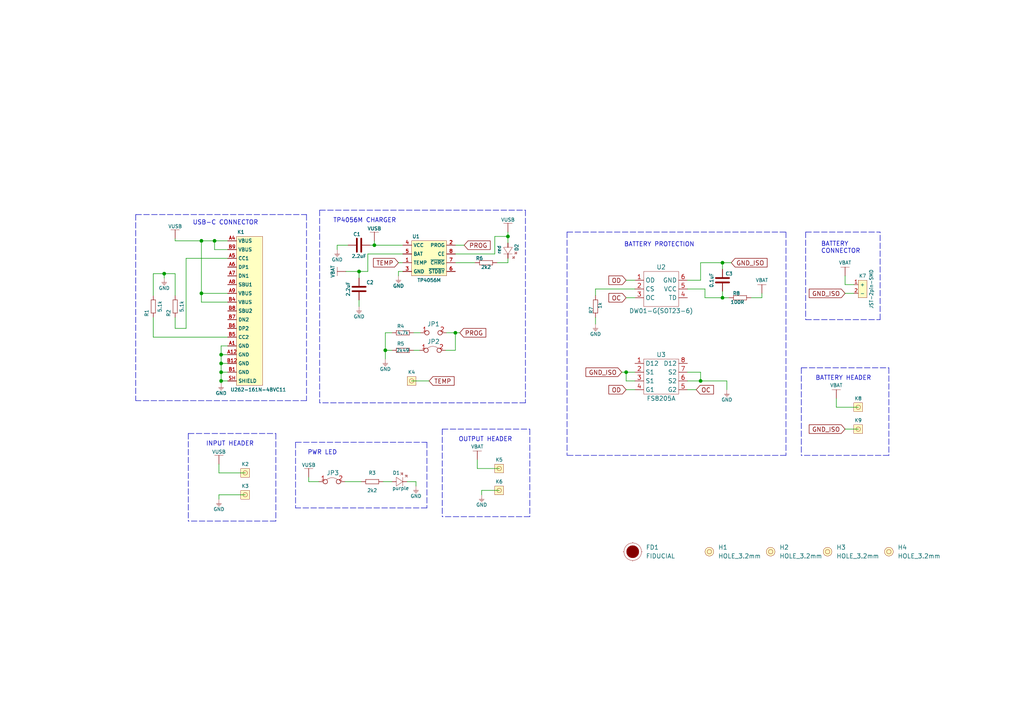
<source format=kicad_sch>
(kicad_sch (version 20210621) (generator eeschema)

  (uuid 2685a089-ef66-4e75-aff8-21e4ebe01de1)

  (paper "A4")

  (title_block
    (title "LI-ION charger with protection")
    (date "2021-06-17")
    (rev "V1.1.1.")
    (company "SOLDERED")
    (comment 1 "333014")
  )

  (lib_symbols
    (symbol "e-radionica.com schematics:0402LED" (pin_numbers hide) (pin_names (offset 0.254) hide) (in_bom yes) (on_board yes)
      (property "Reference" "D" (id 0) (at -0.635 2.54 0)
        (effects (font (size 1 1)))
      )
      (property "Value" "0402LED" (id 1) (at 0 -2.54 0)
        (effects (font (size 1 1)))
      )
      (property "Footprint" "e-radionica.com footprinti:0402LED" (id 2) (at 0 5.08 0)
        (effects (font (size 1 1)) hide)
      )
      (property "Datasheet" "" (id 3) (at 0 0 0)
        (effects (font (size 1 1)) hide)
      )
      (symbol "0402LED_0_1"
        (polyline
          (pts
            (xy -0.635 1.27)
            (xy 1.27 0)
          )
          (stroke (width 0.0006)) (fill (type none))
        )
        (polyline
          (pts
            (xy 0.635 1.905)
            (xy 1.27 2.54)
          )
          (stroke (width 0.0006)) (fill (type none))
        )
        (polyline
          (pts
            (xy 1.27 1.27)
            (xy 1.27 -1.27)
          )
          (stroke (width 0.0006)) (fill (type none))
        )
        (polyline
          (pts
            (xy 1.905 1.27)
            (xy 2.54 1.905)
          )
          (stroke (width 0.0006)) (fill (type none))
        )
        (polyline
          (pts
            (xy -0.635 1.27)
            (xy -0.635 -1.27)
            (xy 1.27 0)
          )
          (stroke (width 0.0006)) (fill (type none))
        )
        (polyline
          (pts
            (xy 1.27 2.54)
            (xy 0.635 2.54)
            (xy 1.27 1.905)
            (xy 1.27 2.54)
          )
          (stroke (width 0.0006)) (fill (type none))
        )
        (polyline
          (pts
            (xy 2.54 1.905)
            (xy 1.905 1.905)
            (xy 2.54 1.27)
            (xy 2.54 1.905)
          )
          (stroke (width 0.0006)) (fill (type none))
        )
      )
      (symbol "0402LED_1_1"
        (pin passive line (at -1.905 0 0) (length 1.27)
          (name "A" (effects (font (size 1.27 1.27))))
          (number "1" (effects (font (size 1.27 1.27))))
        )
        (pin passive line (at 2.54 0 180) (length 1.27)
          (name "K" (effects (font (size 1.27 1.27))))
          (number "2" (effects (font (size 1.27 1.27))))
        )
      )
    )
    (symbol "e-radionica.com schematics:0402LED_1" (pin_numbers hide) (pin_names (offset 0.254) hide) (in_bom yes) (on_board yes)
      (property "Reference" "D" (id 0) (at -0.635 2.54 0)
        (effects (font (size 1 1)))
      )
      (property "Value" "0402LED" (id 1) (at 0 -2.54 0)
        (effects (font (size 1 1)))
      )
      (property "Footprint" "e-radionica.com footprinti:0402LED" (id 2) (at 0 5.08 0)
        (effects (font (size 1 1)) hide)
      )
      (property "Datasheet" "" (id 3) (at 0 0 0)
        (effects (font (size 1 1)) hide)
      )
      (symbol "0402LED_1_0_1"
        (polyline
          (pts
            (xy -0.635 1.27)
            (xy 1.27 0)
          )
          (stroke (width 0.0006)) (fill (type none))
        )
        (polyline
          (pts
            (xy 0.635 1.905)
            (xy 1.27 2.54)
          )
          (stroke (width 0.0006)) (fill (type none))
        )
        (polyline
          (pts
            (xy 1.27 1.27)
            (xy 1.27 -1.27)
          )
          (stroke (width 0.0006)) (fill (type none))
        )
        (polyline
          (pts
            (xy 1.905 1.27)
            (xy 2.54 1.905)
          )
          (stroke (width 0.0006)) (fill (type none))
        )
        (polyline
          (pts
            (xy -0.635 1.27)
            (xy -0.635 -1.27)
            (xy 1.27 0)
          )
          (stroke (width 0.0006)) (fill (type none))
        )
        (polyline
          (pts
            (xy 1.27 2.54)
            (xy 0.635 2.54)
            (xy 1.27 1.905)
            (xy 1.27 2.54)
          )
          (stroke (width 0.0006)) (fill (type none))
        )
        (polyline
          (pts
            (xy 2.54 1.905)
            (xy 1.905 1.905)
            (xy 2.54 1.27)
            (xy 2.54 1.905)
          )
          (stroke (width 0.0006)) (fill (type none))
        )
      )
      (symbol "0402LED_1_1_1"
        (pin passive line (at -1.905 0 0) (length 1.27)
          (name "A" (effects (font (size 1.27 1.27))))
          (number "1" (effects (font (size 1.27 1.27))))
        )
        (pin passive line (at 2.54 0 180) (length 1.27)
          (name "K" (effects (font (size 1.27 1.27))))
          (number "2" (effects (font (size 1.27 1.27))))
        )
      )
    )
    (symbol "e-radionica.com schematics:0402R" (pin_numbers hide) (pin_names (offset 0.254)) (in_bom yes) (on_board yes)
      (property "Reference" "R" (id 0) (at -1.905 1.27 0)
        (effects (font (size 1 1)))
      )
      (property "Value" "0402R" (id 1) (at 0 -1.27 0)
        (effects (font (size 1 1)))
      )
      (property "Footprint" "e-radionica.com footprinti:0402R" (id 2) (at -2.54 1.905 0)
        (effects (font (size 1 1)) hide)
      )
      (property "Datasheet" "" (id 3) (at -2.54 1.905 0)
        (effects (font (size 1 1)) hide)
      )
      (symbol "0402R_0_1"
        (rectangle (start -1.905 -0.635) (end 1.905 -0.6604)
          (stroke (width 0.1)) (fill (type none))
        )
        (rectangle (start -1.905 0.635) (end -1.8796 -0.635)
          (stroke (width 0.1)) (fill (type none))
        )
        (rectangle (start -1.905 0.635) (end 1.905 0.6096)
          (stroke (width 0.1)) (fill (type none))
        )
        (rectangle (start 1.905 0.635) (end 1.9304 -0.635)
          (stroke (width 0.1)) (fill (type none))
        )
      )
      (symbol "0402R_1_1"
        (pin passive line (at -3.175 0 0) (length 1.27)
          (name "~" (effects (font (size 1.27 1.27))))
          (number "1" (effects (font (size 1.27 1.27))))
        )
        (pin passive line (at 3.175 0 180) (length 1.27)
          (name "~" (effects (font (size 1.27 1.27))))
          (number "2" (effects (font (size 1.27 1.27))))
        )
      )
    )
    (symbol "e-radionica.com schematics:0603C" (pin_numbers hide) (pin_names (offset 0.002)) (in_bom yes) (on_board yes)
      (property "Reference" "C" (id 0) (at -0.635 3.175 0)
        (effects (font (size 1 1)))
      )
      (property "Value" "0603C" (id 1) (at 0 -3.175 0)
        (effects (font (size 1 1)))
      )
      (property "Footprint" "e-radionica.com footprinti:0603C" (id 2) (at 0 0 0)
        (effects (font (size 1 1)) hide)
      )
      (property "Datasheet" "" (id 3) (at 0 0 0)
        (effects (font (size 1 1)) hide)
      )
      (symbol "0603C_0_1"
        (polyline
          (pts
            (xy -0.635 1.905)
            (xy -0.635 -1.905)
          )
          (stroke (width 0.5)) (fill (type none))
        )
        (polyline
          (pts
            (xy 0.635 1.905)
            (xy 0.635 -1.905)
          )
          (stroke (width 0.5)) (fill (type none))
        )
      )
      (symbol "0603C_1_1"
        (pin passive line (at -3.175 0 0) (length 2.54)
          (name "~" (effects (font (size 1.27 1.27))))
          (number "1" (effects (font (size 1.27 1.27))))
        )
        (pin passive line (at 3.175 0 180) (length 2.54)
          (name "~" (effects (font (size 1.27 1.27))))
          (number "2" (effects (font (size 1.27 1.27))))
        )
      )
    )
    (symbol "e-radionica.com schematics:0603R" (pin_numbers hide) (pin_names (offset 0.254)) (in_bom yes) (on_board yes)
      (property "Reference" "R" (id 0) (at -1.905 1.905 0)
        (effects (font (size 1 1)))
      )
      (property "Value" "0603R" (id 1) (at 0 -1.905 0)
        (effects (font (size 1 1)))
      )
      (property "Footprint" "e-radionica.com footprinti:0603R" (id 2) (at -0.635 1.905 0)
        (effects (font (size 1 1)) hide)
      )
      (property "Datasheet" "" (id 3) (at -0.635 1.905 0)
        (effects (font (size 1 1)) hide)
      )
      (symbol "0603R_0_1"
        (rectangle (start -1.905 -0.635) (end 1.905 -0.6604)
          (stroke (width 0.1)) (fill (type none))
        )
        (rectangle (start -1.905 0.635) (end -1.8796 -0.635)
          (stroke (width 0.1)) (fill (type none))
        )
        (rectangle (start -1.905 0.635) (end 1.905 0.6096)
          (stroke (width 0.1)) (fill (type none))
        )
        (rectangle (start 1.905 0.635) (end 1.9304 -0.635)
          (stroke (width 0.1)) (fill (type none))
        )
      )
      (symbol "0603R_1_1"
        (pin passive line (at -3.175 0 0) (length 1.27)
          (name "~" (effects (font (size 1.27 1.27))))
          (number "1" (effects (font (size 1.27 1.27))))
        )
        (pin passive line (at 3.175 0 180) (length 1.27)
          (name "~" (effects (font (size 1.27 1.27))))
          (number "2" (effects (font (size 1.27 1.27))))
        )
      )
    )
    (symbol "e-radionica.com schematics:0603R_1" (pin_numbers hide) (pin_names (offset 0.254)) (in_bom yes) (on_board yes)
      (property "Reference" "R" (id 0) (at -1.905 1.905 0)
        (effects (font (size 1 1)))
      )
      (property "Value" "0603R" (id 1) (at 0 -1.905 0)
        (effects (font (size 1 1)))
      )
      (property "Footprint" "e-radionica.com footprinti:0603R" (id 2) (at -0.635 1.905 0)
        (effects (font (size 1 1)) hide)
      )
      (property "Datasheet" "" (id 3) (at -0.635 1.905 0)
        (effects (font (size 1 1)) hide)
      )
      (symbol "0603R_1_0_1"
        (rectangle (start -1.905 -0.635) (end 1.905 -0.6604)
          (stroke (width 0.1)) (fill (type none))
        )
        (rectangle (start -1.905 0.635) (end -1.8796 -0.635)
          (stroke (width 0.1)) (fill (type none))
        )
        (rectangle (start -1.905 0.635) (end 1.905 0.6096)
          (stroke (width 0.1)) (fill (type none))
        )
        (rectangle (start 1.905 0.635) (end 1.9304 -0.635)
          (stroke (width 0.1)) (fill (type none))
        )
      )
      (symbol "0603R_1_1_1"
        (pin passive line (at -3.175 0 0) (length 1.27)
          (name "~" (effects (font (size 1.27 1.27))))
          (number "1" (effects (font (size 1.27 1.27))))
        )
        (pin passive line (at 3.175 0 180) (length 1.27)
          (name "~" (effects (font (size 1.27 1.27))))
          (number "2" (effects (font (size 1.27 1.27))))
        )
      )
    )
    (symbol "e-radionica.com schematics:0603R_2" (pin_numbers hide) (pin_names (offset 0.254)) (in_bom yes) (on_board yes)
      (property "Reference" "R" (id 0) (at -1.905 1.905 0)
        (effects (font (size 1 1)))
      )
      (property "Value" "0603R" (id 1) (at 0 -1.905 0)
        (effects (font (size 1 1)))
      )
      (property "Footprint" "e-radionica.com footprinti:0603R" (id 2) (at -0.635 1.905 0)
        (effects (font (size 1 1)) hide)
      )
      (property "Datasheet" "" (id 3) (at -0.635 1.905 0)
        (effects (font (size 1 1)) hide)
      )
      (symbol "0603R_2_0_1"
        (rectangle (start -1.905 -0.635) (end 1.905 -0.6604)
          (stroke (width 0.1)) (fill (type none))
        )
        (rectangle (start -1.905 0.635) (end -1.8796 -0.635)
          (stroke (width 0.1)) (fill (type none))
        )
        (rectangle (start -1.905 0.635) (end 1.905 0.6096)
          (stroke (width 0.1)) (fill (type none))
        )
        (rectangle (start 1.905 0.635) (end 1.9304 -0.635)
          (stroke (width 0.1)) (fill (type none))
        )
      )
      (symbol "0603R_2_1_1"
        (pin passive line (at -3.175 0 0) (length 1.27)
          (name "~" (effects (font (size 1.27 1.27))))
          (number "1" (effects (font (size 1.27 1.27))))
        )
        (pin passive line (at 3.175 0 180) (length 1.27)
          (name "~" (effects (font (size 1.27 1.27))))
          (number "2" (effects (font (size 1.27 1.27))))
        )
      )
    )
    (symbol "e-radionica.com schematics:DW01-P(SOT23-6)" (in_bom yes) (on_board yes)
      (property "Reference" "U" (id 0) (at 0 8.89 0)
        (effects (font (size 1.27 1.27)))
      )
      (property "Value" "DW01-P(SOT23-6)" (id 1) (at 0 -7.62 0)
        (effects (font (size 1.27 1.27)))
      )
      (property "Footprint" "e-radionica.com footprinti:Sot23-6" (id 2) (at -1.27 12.7 0)
        (effects (font (size 1.27 1.27)) hide)
      )
      (property "Datasheet" "" (id 3) (at -8.89 0 0)
        (effects (font (size 1.27 1.27)) hide)
      )
      (symbol "DW01-P(SOT23-6)_0_1"
        (rectangle (start -5.08 5.08) (end 5.08 -5.08)
          (stroke (width 0.0006)) (fill (type none))
        )
      )
      (symbol "DW01-P(SOT23-6)_1_1"
        (pin passive line (at -7.62 2.54 0) (length 2.54)
          (name "OD" (effects (font (size 1.27 1.27))))
          (number "1" (effects (font (size 1.27 1.27))))
        )
        (pin passive line (at -7.62 0 0) (length 2.54)
          (name "CS" (effects (font (size 1.27 1.27))))
          (number "2" (effects (font (size 1.27 1.27))))
        )
        (pin passive line (at -7.62 -2.54 0) (length 2.54)
          (name "OC" (effects (font (size 1.27 1.27))))
          (number "3" (effects (font (size 1.27 1.27))))
        )
        (pin passive line (at 7.62 -2.54 180) (length 2.54)
          (name "TD" (effects (font (size 1.27 1.27))))
          (number "4" (effects (font (size 1.27 1.27))))
        )
        (pin passive line (at 7.62 0 180) (length 2.54)
          (name "VCC" (effects (font (size 1.27 1.27))))
          (number "5" (effects (font (size 1.27 1.27))))
        )
        (pin passive line (at 7.62 2.54 180) (length 2.54)
          (name "GND" (effects (font (size 1.27 1.27))))
          (number "6" (effects (font (size 1.27 1.27))))
        )
      )
    )
    (symbol "e-radionica.com schematics:FIDUCIAL" (in_bom no) (on_board yes)
      (property "Reference" "FD" (id 0) (at 0 3.81 0)
        (effects (font (size 1.27 1.27)))
      )
      (property "Value" "FIDUCIAL" (id 1) (at 0 -3.81 0)
        (effects (font (size 1.27 1.27)))
      )
      (property "Footprint" "e-radionica.com footprinti:FIDUCIAL_23" (id 2) (at 0.254 -5.334 0)
        (effects (font (size 1.27 1.27)) hide)
      )
      (property "Datasheet" "" (id 3) (at 0 0 0)
        (effects (font (size 1.27 1.27)) hide)
      )
      (symbol "FIDUCIAL_0_1"
        (circle (center 0 0) (radius 2.54) (stroke (width 0.0006)) (fill (type none)))
        (circle (center 0 0) (radius 1.7961) (stroke (width 0.001)) (fill (type outline)))
        (polyline
          (pts
            (xy -2.54 0)
            (xy -2.794 0)
          )
          (stroke (width 0.0006)) (fill (type none))
        )
        (polyline
          (pts
            (xy 0 -2.54)
            (xy 0 -2.794)
          )
          (stroke (width 0.0006)) (fill (type none))
        )
        (polyline
          (pts
            (xy 0 2.54)
            (xy 0 2.794)
          )
          (stroke (width 0.0006)) (fill (type none))
        )
        (polyline
          (pts
            (xy 2.54 0)
            (xy 2.794 0)
          )
          (stroke (width 0.0006)) (fill (type none))
        )
      )
    )
    (symbol "e-radionica.com schematics:FS8205A" (in_bom yes) (on_board yes)
      (property "Reference" "U" (id 0) (at 0 7.62 0)
        (effects (font (size 1.27 1.27)))
      )
      (property "Value" "FS8205A" (id 1) (at 0 -6.35 0)
        (effects (font (size 1.27 1.27)))
      )
      (property "Footprint" "e-radionica.com footprinti:TSSOP8" (id 2) (at -5.08 0 0)
        (effects (font (size 1.27 1.27)) hide)
      )
      (property "Datasheet" "" (id 3) (at -5.08 0 0)
        (effects (font (size 1.27 1.27)) hide)
      )
      (symbol "FS8205A_0_1"
        (rectangle (start -5.08 5.08) (end 5.08 -5.08)
          (stroke (width 0.0006)) (fill (type none))
        )
      )
      (symbol "FS8205A_1_1"
        (pin passive line (at -7.62 3.81 0) (length 2.54)
          (name "D12" (effects (font (size 1.27 1.27))))
          (number "1" (effects (font (size 1.27 1.27))))
        )
        (pin passive line (at -7.62 1.27 0) (length 2.54)
          (name "S1" (effects (font (size 1.27 1.27))))
          (number "2" (effects (font (size 1.27 1.27))))
        )
        (pin passive line (at -7.62 -1.27 0) (length 2.54)
          (name "S1" (effects (font (size 1.27 1.27))))
          (number "3" (effects (font (size 1.27 1.27))))
        )
        (pin passive line (at -7.62 -3.81 0) (length 2.54)
          (name "G1" (effects (font (size 1.27 1.27))))
          (number "4" (effects (font (size 1.27 1.27))))
        )
        (pin passive line (at 7.62 -3.81 180) (length 2.54)
          (name "G2" (effects (font (size 1.27 1.27))))
          (number "5" (effects (font (size 1.27 1.27))))
        )
        (pin passive line (at 7.62 -1.27 180) (length 2.54)
          (name "S2" (effects (font (size 1.27 1.27))))
          (number "6" (effects (font (size 1.27 1.27))))
        )
        (pin passive line (at 7.62 1.27 180) (length 2.54)
          (name "S2" (effects (font (size 1.27 1.27))))
          (number "7" (effects (font (size 1.27 1.27))))
        )
        (pin passive line (at 7.62 3.81 180) (length 2.54)
          (name "D12" (effects (font (size 1.27 1.27))))
          (number "8" (effects (font (size 1.27 1.27))))
        )
      )
    )
    (symbol "e-radionica.com schematics:GND" (power) (pin_names (offset 0)) (in_bom yes) (on_board yes)
      (property "Reference" "#PWR" (id 0) (at 4.445 0 0)
        (effects (font (size 1 1)) hide)
      )
      (property "Value" "GND" (id 1) (at 0 -2.921 0)
        (effects (font (size 1 1)))
      )
      (property "Footprint" "" (id 2) (at 4.445 3.81 0)
        (effects (font (size 1 1)) hide)
      )
      (property "Datasheet" "" (id 3) (at 4.445 3.81 0)
        (effects (font (size 1 1)) hide)
      )
      (property "ki_keywords" "power-flag" (id 4) (at 0 0 0)
        (effects (font (size 1.27 1.27)) hide)
      )
      (property "ki_description" "Power symbol creates a global label with name \"+3V3\"" (id 5) (at 0 0 0)
        (effects (font (size 1.27 1.27)) hide)
      )
      (symbol "GND_0_1"
        (polyline
          (pts
            (xy -0.762 -1.27)
            (xy 0.762 -1.27)
          )
          (stroke (width 0.0006)) (fill (type none))
        )
        (polyline
          (pts
            (xy -0.635 -1.524)
            (xy 0.635 -1.524)
          )
          (stroke (width 0.0006)) (fill (type none))
        )
        (polyline
          (pts
            (xy -0.381 -1.778)
            (xy 0.381 -1.778)
          )
          (stroke (width 0.0006)) (fill (type none))
        )
        (polyline
          (pts
            (xy -0.127 -2.032)
            (xy 0.127 -2.032)
          )
          (stroke (width 0.0006)) (fill (type none))
        )
        (polyline
          (pts
            (xy 0 0)
            (xy 0 -1.27)
          )
          (stroke (width 0.0006)) (fill (type none))
        )
      )
      (symbol "GND_1_1"
        (pin power_in line (at 0 0 270) (length 0) hide
          (name "GND" (effects (font (size 1.27 1.27))))
          (number "1" (effects (font (size 1.27 1.27))))
        )
      )
    )
    (symbol "e-radionica.com schematics:GND_1" (power) (pin_names (offset 0)) (in_bom yes) (on_board yes)
      (property "Reference" "#PWR" (id 0) (at 4.445 0 0)
        (effects (font (size 1 1)) hide)
      )
      (property "Value" "GND" (id 1) (at 0 -2.921 0)
        (effects (font (size 1 1)))
      )
      (property "Footprint" "" (id 2) (at 4.445 3.81 0)
        (effects (font (size 1 1)) hide)
      )
      (property "Datasheet" "" (id 3) (at 4.445 3.81 0)
        (effects (font (size 1 1)) hide)
      )
      (property "ki_keywords" "power-flag" (id 4) (at 0 0 0)
        (effects (font (size 1.27 1.27)) hide)
      )
      (property "ki_description" "Power symbol creates a global label with name \"+3V3\"" (id 5) (at 0 0 0)
        (effects (font (size 1.27 1.27)) hide)
      )
      (symbol "GND_1_0_1"
        (polyline
          (pts
            (xy -0.762 -1.27)
            (xy 0.762 -1.27)
          )
          (stroke (width 0.0006)) (fill (type none))
        )
        (polyline
          (pts
            (xy -0.635 -1.524)
            (xy 0.635 -1.524)
          )
          (stroke (width 0.0006)) (fill (type none))
        )
        (polyline
          (pts
            (xy -0.381 -1.778)
            (xy 0.381 -1.778)
          )
          (stroke (width 0.0006)) (fill (type none))
        )
        (polyline
          (pts
            (xy -0.127 -2.032)
            (xy 0.127 -2.032)
          )
          (stroke (width 0.0006)) (fill (type none))
        )
        (polyline
          (pts
            (xy 0 0)
            (xy 0 -1.27)
          )
          (stroke (width 0.0006)) (fill (type none))
        )
      )
      (symbol "GND_1_1_1"
        (pin power_in line (at 0 0 270) (length 0) hide
          (name "GND" (effects (font (size 1.27 1.27))))
          (number "1" (effects (font (size 1.27 1.27))))
        )
      )
    )
    (symbol "e-radionica.com schematics:GND_3" (power) (pin_names (offset 0)) (in_bom yes) (on_board yes)
      (property "Reference" "#PWR" (id 0) (at 4.445 0 0)
        (effects (font (size 1 1)) hide)
      )
      (property "Value" "GND" (id 1) (at 0 -2.921 0)
        (effects (font (size 1 1)))
      )
      (property "Footprint" "" (id 2) (at 4.445 3.81 0)
        (effects (font (size 1 1)) hide)
      )
      (property "Datasheet" "" (id 3) (at 4.445 3.81 0)
        (effects (font (size 1 1)) hide)
      )
      (property "ki_keywords" "power-flag" (id 4) (at 0 0 0)
        (effects (font (size 1.27 1.27)) hide)
      )
      (property "ki_description" "Power symbol creates a global label with name \"+3V3\"" (id 5) (at 0 0 0)
        (effects (font (size 1.27 1.27)) hide)
      )
      (symbol "GND_3_0_1"
        (polyline
          (pts
            (xy -0.762 -1.27)
            (xy 0.762 -1.27)
          )
          (stroke (width 0.0006)) (fill (type none))
        )
        (polyline
          (pts
            (xy -0.635 -1.524)
            (xy 0.635 -1.524)
          )
          (stroke (width 0.0006)) (fill (type none))
        )
        (polyline
          (pts
            (xy -0.381 -1.778)
            (xy 0.381 -1.778)
          )
          (stroke (width 0.0006)) (fill (type none))
        )
        (polyline
          (pts
            (xy -0.127 -2.032)
            (xy 0.127 -2.032)
          )
          (stroke (width 0.0006)) (fill (type none))
        )
        (polyline
          (pts
            (xy 0 0)
            (xy 0 -1.27)
          )
          (stroke (width 0.0006)) (fill (type none))
        )
      )
      (symbol "GND_3_1_1"
        (pin power_in line (at 0 0 270) (length 0) hide
          (name "GND" (effects (font (size 1.27 1.27))))
          (number "1" (effects (font (size 1.27 1.27))))
        )
      )
    )
    (symbol "e-radionica.com schematics:GND_5" (power) (pin_names (offset 0)) (in_bom yes) (on_board yes)
      (property "Reference" "#PWR" (id 0) (at 4.445 0 0)
        (effects (font (size 1 1)) hide)
      )
      (property "Value" "GND" (id 1) (at 0 -2.921 0)
        (effects (font (size 1 1)))
      )
      (property "Footprint" "" (id 2) (at 4.445 3.81 0)
        (effects (font (size 1 1)) hide)
      )
      (property "Datasheet" "" (id 3) (at 4.445 3.81 0)
        (effects (font (size 1 1)) hide)
      )
      (property "ki_keywords" "power-flag" (id 4) (at 0 0 0)
        (effects (font (size 1.27 1.27)) hide)
      )
      (property "ki_description" "Power symbol creates a global label with name \"+3V3\"" (id 5) (at 0 0 0)
        (effects (font (size 1.27 1.27)) hide)
      )
      (symbol "GND_5_0_1"
        (polyline
          (pts
            (xy -0.762 -1.27)
            (xy 0.762 -1.27)
          )
          (stroke (width 0.0006)) (fill (type none))
        )
        (polyline
          (pts
            (xy -0.635 -1.524)
            (xy 0.635 -1.524)
          )
          (stroke (width 0.0006)) (fill (type none))
        )
        (polyline
          (pts
            (xy -0.381 -1.778)
            (xy 0.381 -1.778)
          )
          (stroke (width 0.0006)) (fill (type none))
        )
        (polyline
          (pts
            (xy -0.127 -2.032)
            (xy 0.127 -2.032)
          )
          (stroke (width 0.0006)) (fill (type none))
        )
        (polyline
          (pts
            (xy 0 0)
            (xy 0 -1.27)
          )
          (stroke (width 0.0006)) (fill (type none))
        )
      )
      (symbol "GND_5_1_1"
        (pin power_in line (at 0 0 270) (length 0) hide
          (name "GND" (effects (font (size 1.27 1.27))))
          (number "1" (effects (font (size 1.27 1.27))))
        )
      )
    )
    (symbol "e-radionica.com schematics:GND_8" (power) (pin_names (offset 0)) (in_bom yes) (on_board yes)
      (property "Reference" "#PWR" (id 0) (at 4.445 0 0)
        (effects (font (size 1 1)) hide)
      )
      (property "Value" "GND" (id 1) (at 0 -2.921 0)
        (effects (font (size 1 1)))
      )
      (property "Footprint" "" (id 2) (at 4.445 3.81 0)
        (effects (font (size 1 1)) hide)
      )
      (property "Datasheet" "" (id 3) (at 4.445 3.81 0)
        (effects (font (size 1 1)) hide)
      )
      (property "ki_keywords" "power-flag" (id 4) (at 0 0 0)
        (effects (font (size 1.27 1.27)) hide)
      )
      (property "ki_description" "Power symbol creates a global label with name \"+3V3\"" (id 5) (at 0 0 0)
        (effects (font (size 1.27 1.27)) hide)
      )
      (symbol "GND_8_0_1"
        (polyline
          (pts
            (xy -0.762 -1.27)
            (xy 0.762 -1.27)
          )
          (stroke (width 0.0006)) (fill (type none))
        )
        (polyline
          (pts
            (xy -0.635 -1.524)
            (xy 0.635 -1.524)
          )
          (stroke (width 0.0006)) (fill (type none))
        )
        (polyline
          (pts
            (xy -0.381 -1.778)
            (xy 0.381 -1.778)
          )
          (stroke (width 0.0006)) (fill (type none))
        )
        (polyline
          (pts
            (xy -0.127 -2.032)
            (xy 0.127 -2.032)
          )
          (stroke (width 0.0006)) (fill (type none))
        )
        (polyline
          (pts
            (xy 0 0)
            (xy 0 -1.27)
          )
          (stroke (width 0.0006)) (fill (type none))
        )
      )
      (symbol "GND_8_1_1"
        (pin power_in line (at 0 0 270) (length 0) hide
          (name "GND" (effects (font (size 1.27 1.27))))
          (number "1" (effects (font (size 1.27 1.27))))
        )
      )
    )
    (symbol "e-radionica.com schematics:HEADER_MALE_1X1" (pin_numbers hide) (pin_names hide) (in_bom yes) (on_board yes)
      (property "Reference" "K" (id 0) (at -0.635 2.54 0)
        (effects (font (size 1 1)))
      )
      (property "Value" "HEADER_MALE_1X1" (id 1) (at 0 -2.54 0)
        (effects (font (size 1 1)))
      )
      (property "Footprint" "e-radionica.com footprinti:HEADER_MALE_1X1" (id 2) (at 0 0 0)
        (effects (font (size 1 1)) hide)
      )
      (property "Datasheet" "" (id 3) (at 0 0 0)
        (effects (font (size 1 1)) hide)
      )
      (symbol "HEADER_MALE_1X1_0_1"
        (circle (center 0 0) (radius 0.635) (stroke (width 0.0006)) (fill (type none)))
        (rectangle (start -1.27 1.27) (end 1.27 -1.27)
          (stroke (width 0.001)) (fill (type background))
        )
      )
      (symbol "HEADER_MALE_1X1_1_1"
        (pin passive line (at 0 0 180) (length 0)
          (name "~" (effects (font (size 1 1))))
          (number "1" (effects (font (size 1 1))))
        )
      )
    )
    (symbol "e-radionica.com schematics:HOLE_3.2mm" (pin_numbers hide) (pin_names hide) (in_bom yes) (on_board yes)
      (property "Reference" "H" (id 0) (at 0 2.54 0)
        (effects (font (size 1.27 1.27)))
      )
      (property "Value" "HOLE_3.2mm" (id 1) (at 0 -2.54 0)
        (effects (font (size 1.27 1.27)))
      )
      (property "Footprint" "e-radionica.com footprinti:HOLE_3.2mm" (id 2) (at 0 0 0)
        (effects (font (size 1.27 1.27)) hide)
      )
      (property "Datasheet" "" (id 3) (at 0 0 0)
        (effects (font (size 1.27 1.27)) hide)
      )
      (symbol "HOLE_3.2mm_0_1"
        (circle (center 0 0) (radius 0.635) (stroke (width 0.0006)) (fill (type none)))
        (circle (center 0 0) (radius 1.27) (stroke (width 0.001)) (fill (type background)))
      )
    )
    (symbol "e-radionica.com schematics:JST-2pin-SMD" (in_bom yes) (on_board yes)
      (property "Reference" "K" (id 0) (at -1.27 5.08 0)
        (effects (font (size 1 1)))
      )
      (property "Value" "JST-2pin-SMD" (id 1) (at 0 -2.54 0)
        (effects (font (size 1 1)))
      )
      (property "Footprint" "e-radionica.com footprinti:JST-2pin-SMD" (id 2) (at 0 0 0)
        (effects (font (size 1 1)) hide)
      )
      (property "Datasheet" "" (id 3) (at 0 0 0)
        (effects (font (size 1 1)) hide)
      )
      (symbol "JST-2pin-SMD_0_1"
        (rectangle (start -2.54 3.81) (end 0 -1.27)
          (stroke (width 0.001)) (fill (type background))
        )
      )
      (symbol "JST-2pin-SMD_1_1"
        (pin passive line (at 1.27 0 180) (length 1.27)
          (name "+" (effects (font (size 1 1))))
          (number "1" (effects (font (size 1 1))))
        )
        (pin passive line (at 1.27 2.54 180) (length 1.27)
          (name "-" (effects (font (size 1 1))))
          (number "2" (effects (font (size 1 1))))
        )
      )
    )
    (symbol "e-radionica.com schematics:SMD-JUMPER-CONNECTED" (in_bom yes) (on_board yes)
      (property "Reference" "JP" (id 0) (at 0 3.556 0)
        (effects (font (size 1.27 1.27)))
      )
      (property "Value" "SMD-JUMPER-CONNECTED" (id 1) (at 0 -2.54 0)
        (effects (font (size 1.27 1.27)))
      )
      (property "Footprint" "e-radionica.com footprinti:SMD_JUMPER_CONNECTED" (id 2) (at 0 0 0)
        (effects (font (size 1.27 1.27)) hide)
      )
      (property "Datasheet" "" (id 3) (at 0 0 0)
        (effects (font (size 1.27 1.27)) hide)
      )
      (symbol "SMD-JUMPER-CONNECTED_0_1"
        (arc (start -1.8034 0.5588) (end 1.397 0.5842) (radius (at -0.1875 -1.4124) (length 2.5489) (angles 129.3 51.6))
          (stroke (width 0.0006)) (fill (type none))
        )
      )
      (symbol "SMD-JUMPER-CONNECTED_1_1"
        (pin passive inverted (at -4.064 0 0) (length 2.54)
          (name "" (effects (font (size 1.27 1.27))))
          (number "1" (effects (font (size 1.27 1.27))))
        )
        (pin passive inverted (at 3.556 0 180) (length 2.54)
          (name "" (effects (font (size 1.27 1.27))))
          (number "2" (effects (font (size 1.27 1.27))))
        )
      )
    )
    (symbol "e-radionica.com schematics:SMD-JUMPER-CONNECTED_TRACE_SLODERMASK" (in_bom yes) (on_board yes)
      (property "Reference" "JP" (id 0) (at 0 3.556 0)
        (effects (font (size 1.27 1.27)))
      )
      (property "Value" "SMD-JUMPER-CONNECTED_TRACE_SLODERMASK" (id 1) (at 0 -2.54 0)
        (effects (font (size 1.27 1.27)))
      )
      (property "Footprint" "e-radionica.com footprinti:SMD-JUMPER-CONNECTED_TRACE_SLODERMASK" (id 2) (at 0 -5.715 0)
        (effects (font (size 1.27 1.27)) hide)
      )
      (property "Datasheet" "" (id 3) (at 0 0 0)
        (effects (font (size 1.27 1.27)) hide)
      )
      (symbol "SMD-JUMPER-CONNECTED_TRACE_SLODERMASK_0_1"
        (arc (start -1.8034 0.5588) (end 1.397 0.5842) (radius (at -0.1875 -1.4124) (length 2.5489) (angles 129.3 51.6))
          (stroke (width 0.0006)) (fill (type none))
        )
      )
      (symbol "SMD-JUMPER-CONNECTED_TRACE_SLODERMASK_1_1"
        (pin passive inverted (at -4.064 0 0) (length 2.54)
          (name "" (effects (font (size 1.27 1.27))))
          (number "1" (effects (font (size 1.27 1.27))))
        )
        (pin passive inverted (at 3.556 0 180) (length 2.54)
          (name "" (effects (font (size 1.27 1.27))))
          (number "2" (effects (font (size 1.27 1.27))))
        )
      )
    )
    (symbol "e-radionica.com schematics:SMD_JUMPER" (in_bom yes) (on_board yes)
      (property "Reference" "JP" (id 0) (at 0 1.397 0)
        (effects (font (size 1.27 1.27)))
      )
      (property "Value" "SMD_JUMPER" (id 1) (at 0.508 -3.048 0)
        (effects (font (size 1.27 1.27)))
      )
      (property "Footprint" "e-radionica.com footprinti:SMD_JUMPER" (id 2) (at 0 0 0)
        (effects (font (size 1.27 1.27)) hide)
      )
      (property "Datasheet" "" (id 3) (at 0 0 0)
        (effects (font (size 1.27 1.27)) hide)
      )
      (symbol "SMD_JUMPER_1_1"
        (pin passive inverted (at -3.81 0 0) (length 2.54)
          (name "" (effects (font (size 1.27 1.27))))
          (number "1" (effects (font (size 1.27 1.27))))
        )
        (pin passive inverted (at 3.81 0 180) (length 2.54)
          (name "" (effects (font (size 1.27 1.27))))
          (number "2" (effects (font (size 1.27 1.27))))
        )
      )
    )
    (symbol "e-radionica.com schematics:TP4056M" (in_bom yes) (on_board yes)
      (property "Reference" "U" (id 0) (at -3.81 5.08 0)
        (effects (font (size 1 1)))
      )
      (property "Value" "TP4056M" (id 1) (at 0 -7.62 0)
        (effects (font (size 1 1)))
      )
      (property "Footprint" "e-radionica.com footprinti:TP4056M-MSOP8" (id 2) (at 0 0 0)
        (effects (font (size 1 1)) hide)
      )
      (property "Datasheet" "" (id 3) (at 0 0 0)
        (effects (font (size 1 1)) hide)
      )
      (symbol "TP4056M_0_1"
        (rectangle (start -5.08 3.81) (end 5.08 -6.35)
          (stroke (width 0.001)) (fill (type background))
        )
      )
      (symbol "TP4056M_1_1"
        (pin passive line (at -7.62 -2.54 0) (length 2.54)
          (name "TEMP" (effects (font (size 1 1))))
          (number "1" (effects (font (size 1 1))))
        )
        (pin passive line (at 7.62 2.54 180) (length 2.54)
          (name "PROG" (effects (font (size 1 1))))
          (number "2" (effects (font (size 1 1))))
        )
        (pin passive line (at -7.62 -5.08 0) (length 2.54)
          (name "GND" (effects (font (size 1 1))))
          (number "3" (effects (font (size 1 1))))
        )
        (pin passive line (at -7.62 2.54 0) (length 2.54)
          (name "VCC" (effects (font (size 1 1))))
          (number "4" (effects (font (size 1 1))))
        )
        (pin passive line (at -7.62 0 0) (length 2.54)
          (name "BAT" (effects (font (size 1 1))))
          (number "5" (effects (font (size 1 1))))
        )
        (pin passive line (at 7.62 -5.08 180) (length 2.54)
          (name "~{STDBY}" (effects (font (size 1 1))))
          (number "6" (effects (font (size 1 1))))
        )
        (pin passive line (at 7.62 -2.54 180) (length 2.54)
          (name "~{CHRG}" (effects (font (size 1 1))))
          (number "7" (effects (font (size 1 1))))
        )
        (pin passive line (at 7.62 0 180) (length 2.54)
          (name "CE" (effects (font (size 1 1))))
          (number "8" (effects (font (size 1 1))))
        )
      )
    )
    (symbol "e-radionica.com schematics:U262-161N-4BVC11" (in_bom yes) (on_board yes)
      (property "Reference" "K" (id 0) (at 0 22.86 0)
        (effects (font (size 1 1)))
      )
      (property "Value" "U262-161N-4BVC11" (id 1) (at 2.54 -22.86 0)
        (effects (font (size 1 1)))
      )
      (property "Footprint" "e-radionica.com footprinti:U262-161N-4BVC11" (id 2) (at 1.27 -3.81 0)
        (effects (font (size 1 1)) hide)
      )
      (property "Datasheet" "" (id 3) (at 1.27 -3.81 0)
        (effects (font (size 1 1)) hide)
      )
      (property "ki_keywords" "USBC USB-C USB" (id 4) (at 0 0 0)
        (effects (font (size 1.27 1.27)) hide)
      )
      (symbol "U262-161N-4BVC11_0_1"
        (rectangle (start -1.27 21.59) (end 6.35 -21.59)
          (stroke (width 0.001)) (fill (type background))
        )
      )
      (symbol "U262-161N-4BVC11_1_1"
        (pin passive line (at -3.81 -10.16 0) (length 2.54)
          (name "GND" (effects (font (size 1 1))))
          (number "A1" (effects (font (size 1 1))))
        )
        (pin passive line (at -3.81 -12.7 0) (length 2.54)
          (name "GND" (effects (font (size 1 1))))
          (number "A12" (effects (font (size 1 1))))
        )
        (pin passive line (at -3.81 20.32 0) (length 2.54)
          (name "VBUS" (effects (font (size 1 1))))
          (number "A4" (effects (font (size 1 1))))
        )
        (pin passive line (at -3.81 15.24 0) (length 2.54)
          (name "CC1" (effects (font (size 1 1))))
          (number "A5" (effects (font (size 1 1))))
        )
        (pin passive line (at -3.81 12.7 0) (length 2.54)
          (name "DP1" (effects (font (size 1 1))))
          (number "A6" (effects (font (size 1 1))))
        )
        (pin passive line (at -3.81 10.16 0) (length 2.54)
          (name "DN1" (effects (font (size 1 1))))
          (number "A7" (effects (font (size 1 1))))
        )
        (pin passive line (at -3.81 7.62 0) (length 2.54)
          (name "SBU1" (effects (font (size 1 1))))
          (number "A8" (effects (font (size 1 1))))
        )
        (pin passive line (at -3.81 5.08 0) (length 2.54)
          (name "VBUS" (effects (font (size 1 1))))
          (number "A9" (effects (font (size 1 1))))
        )
        (pin passive line (at -3.81 -17.78 0) (length 2.54)
          (name "GND" (effects (font (size 1 1))))
          (number "B1" (effects (font (size 1 1))))
        )
        (pin passive line (at -3.81 -15.24 0) (length 2.54)
          (name "GND" (effects (font (size 1 1))))
          (number "B12" (effects (font (size 1 1))))
        )
        (pin passive line (at -3.81 2.54 0) (length 2.54)
          (name "VBUS" (effects (font (size 1 1))))
          (number "B4" (effects (font (size 1 1))))
        )
        (pin passive line (at -3.81 -7.62 0) (length 2.54)
          (name "CC2" (effects (font (size 1 1))))
          (number "B5" (effects (font (size 1 1))))
        )
        (pin passive line (at -3.81 -5.08 0) (length 2.54)
          (name "DP2" (effects (font (size 1 1))))
          (number "B6" (effects (font (size 1 1))))
        )
        (pin passive line (at -3.81 -2.54 0) (length 2.54)
          (name "DN2" (effects (font (size 1 1))))
          (number "B7" (effects (font (size 1 1))))
        )
        (pin passive line (at -3.81 0 0) (length 2.54)
          (name "SBU2" (effects (font (size 1 1))))
          (number "B8" (effects (font (size 1 1))))
        )
        (pin passive line (at -3.81 17.78 0) (length 2.54)
          (name "VBUS" (effects (font (size 1 1))))
          (number "B9" (effects (font (size 1 1))))
        )
        (pin passive line (at -3.81 -20.32 0) (length 2.54)
          (name "SHIELD" (effects (font (size 1 1))))
          (number "SH" (effects (font (size 1 1))))
        )
      )
    )
    (symbol "e-radionica.com schematics:VBAT" (power) (pin_names (offset 0)) (in_bom yes) (on_board yes)
      (property "Reference" "#PWR" (id 0) (at 4.445 0 0)
        (effects (font (size 1 1)) hide)
      )
      (property "Value" "VBAT" (id 1) (at 0 3.556 0)
        (effects (font (size 1 1)))
      )
      (property "Footprint" "" (id 2) (at 4.445 3.81 0)
        (effects (font (size 1 1)) hide)
      )
      (property "Datasheet" "" (id 3) (at 4.445 3.81 0)
        (effects (font (size 1 1)) hide)
      )
      (property "ki_keywords" "power-flag" (id 4) (at 0 0 0)
        (effects (font (size 1.27 1.27)) hide)
      )
      (property "ki_description" "Power symbol creates a global label with name \"+3V3\"" (id 5) (at 0 0 0)
        (effects (font (size 1.27 1.27)) hide)
      )
      (symbol "VBAT_0_1"
        (polyline
          (pts
            (xy -1.27 2.54)
            (xy 1.27 2.54)
          )
          (stroke (width 0.0006)) (fill (type none))
        )
        (polyline
          (pts
            (xy 0 0)
            (xy 0 2.54)
          )
          (stroke (width 0)) (fill (type none))
        )
      )
      (symbol "VBAT_1_1"
        (pin power_in line (at 0 0 90) (length 0) hide
          (name "VBAT" (effects (font (size 1.27 1.27))))
          (number "1" (effects (font (size 1.27 1.27))))
        )
      )
    )
    (symbol "e-radionica.com schematics:VUSB" (power) (pin_names (offset 0)) (in_bom yes) (on_board yes)
      (property "Reference" "#PWR" (id 0) (at 4.445 0 0)
        (effects (font (size 1 1)) hide)
      )
      (property "Value" "VUSB" (id 1) (at 0 3.556 0)
        (effects (font (size 1 1)))
      )
      (property "Footprint" "" (id 2) (at 4.445 3.81 0)
        (effects (font (size 1 1)) hide)
      )
      (property "Datasheet" "" (id 3) (at 4.445 3.81 0)
        (effects (font (size 1 1)) hide)
      )
      (property "ki_keywords" "power-flag" (id 4) (at 0 0 0)
        (effects (font (size 1.27 1.27)) hide)
      )
      (property "ki_description" "Power symbol creates a global label with name \"+3V3\"" (id 5) (at 0 0 0)
        (effects (font (size 1.27 1.27)) hide)
      )
      (symbol "VUSB_0_1"
        (polyline
          (pts
            (xy -1.27 2.54)
            (xy 1.27 2.54)
          )
          (stroke (width 0.0006)) (fill (type none))
        )
        (polyline
          (pts
            (xy 0 0)
            (xy 0 2.54)
          )
          (stroke (width 0)) (fill (type none))
        )
      )
      (symbol "VUSB_1_1"
        (pin power_in line (at 0 0 90) (length 0) hide
          (name "VUSB" (effects (font (size 1.27 1.27))))
          (number "1" (effects (font (size 1.27 1.27))))
        )
      )
    )
    (symbol "e-radionica.com schematics:VUSB_2" (power) (pin_names (offset 0)) (in_bom yes) (on_board yes)
      (property "Reference" "#PWR" (id 0) (at 4.445 0 0)
        (effects (font (size 1 1)) hide)
      )
      (property "Value" "VUSB" (id 1) (at 0 3.556 0)
        (effects (font (size 1 1)))
      )
      (property "Footprint" "" (id 2) (at 4.445 3.81 0)
        (effects (font (size 1 1)) hide)
      )
      (property "Datasheet" "" (id 3) (at 4.445 3.81 0)
        (effects (font (size 1 1)) hide)
      )
      (property "ki_keywords" "power-flag" (id 4) (at 0 0 0)
        (effects (font (size 1.27 1.27)) hide)
      )
      (property "ki_description" "Power symbol creates a global label with name \"+3V3\"" (id 5) (at 0 0 0)
        (effects (font (size 1.27 1.27)) hide)
      )
      (symbol "VUSB_2_0_1"
        (polyline
          (pts
            (xy -1.27 2.54)
            (xy 1.27 2.54)
          )
          (stroke (width 0.0006)) (fill (type none))
        )
        (polyline
          (pts
            (xy 0 0)
            (xy 0 2.54)
          )
          (stroke (width 0)) (fill (type none))
        )
      )
      (symbol "VUSB_2_1_1"
        (pin power_in line (at 0 0 90) (length 0) hide
          (name "VUSB" (effects (font (size 1.27 1.27))))
          (number "1" (effects (font (size 1.27 1.27))))
        )
      )
    )
    (symbol "e-radionica.com schematics:VUSB_4" (power) (pin_names (offset 0)) (in_bom yes) (on_board yes)
      (property "Reference" "#PWR" (id 0) (at 4.445 0 0)
        (effects (font (size 1 1)) hide)
      )
      (property "Value" "VUSB" (id 1) (at 0 3.556 0)
        (effects (font (size 1 1)))
      )
      (property "Footprint" "" (id 2) (at 4.445 3.81 0)
        (effects (font (size 1 1)) hide)
      )
      (property "Datasheet" "" (id 3) (at 4.445 3.81 0)
        (effects (font (size 1 1)) hide)
      )
      (property "ki_keywords" "power-flag" (id 4) (at 0 0 0)
        (effects (font (size 1.27 1.27)) hide)
      )
      (property "ki_description" "Power symbol creates a global label with name \"+3V3\"" (id 5) (at 0 0 0)
        (effects (font (size 1.27 1.27)) hide)
      )
      (symbol "VUSB_4_0_1"
        (polyline
          (pts
            (xy -1.27 2.54)
            (xy 1.27 2.54)
          )
          (stroke (width 0.0006)) (fill (type none))
        )
        (polyline
          (pts
            (xy 0 0)
            (xy 0 2.54)
          )
          (stroke (width 0)) (fill (type none))
        )
      )
      (symbol "VUSB_4_1_1"
        (pin power_in line (at 0 0 90) (length 0) hide
          (name "VUSB" (effects (font (size 1.27 1.27))))
          (number "1" (effects (font (size 1.27 1.27))))
        )
      )
    )
  )

  (junction (at 47.625 79.375) (diameter 0.9144) (color 0 0 0 0))
  (junction (at 58.42 69.85) (diameter 0.9144) (color 0 0 0 0))
  (junction (at 58.42 85.09) (diameter 0.9144) (color 0 0 0 0))
  (junction (at 62.23 69.85) (diameter 0.9144) (color 0 0 0 0))
  (junction (at 64.135 102.87) (diameter 0.9144) (color 0 0 0 0))
  (junction (at 64.135 105.41) (diameter 0.9144) (color 0 0 0 0))
  (junction (at 64.135 107.95) (diameter 0.9144) (color 0 0 0 0))
  (junction (at 64.135 110.49) (diameter 0.9144) (color 0 0 0 0))
  (junction (at 104.14 78.74) (diameter 0.9144) (color 0 0 0 0))
  (junction (at 108.585 71.12) (diameter 0.9144) (color 0 0 0 0))
  (junction (at 111.76 101.6) (diameter 0.9144) (color 0 0 0 0))
  (junction (at 132.08 96.52) (diameter 0.9144) (color 0 0 0 0))
  (junction (at 147.32 68.58) (diameter 0.9144) (color 0 0 0 0))
  (junction (at 181.61 107.95) (diameter 0.9144) (color 0 0 0 0))
  (junction (at 203.2 110.49) (diameter 0.9144) (color 0 0 0 0))
  (junction (at 209.55 76.2) (diameter 0.9144) (color 0 0 0 0))
  (junction (at 209.55 86.36) (diameter 0.9144) (color 0 0 0 0))

  (wire (pts (xy 44.45 79.375) (xy 44.45 85.725))
    (stroke (width 0) (type solid) (color 0 0 0 0))
    (uuid bcb25178-a1a7-453f-a3aa-785f4264854e)
  )
  (wire (pts (xy 44.45 79.375) (xy 47.625 79.375))
    (stroke (width 0) (type solid) (color 0 0 0 0))
    (uuid 361710c1-b255-423a-b093-cf367e06e416)
  )
  (wire (pts (xy 44.45 92.075) (xy 44.45 97.79))
    (stroke (width 0) (type solid) (color 0 0 0 0))
    (uuid e3b8c32a-7b3b-44d4-a9e9-e43ae8481437)
  )
  (wire (pts (xy 47.625 79.375) (xy 47.625 80.645))
    (stroke (width 0) (type solid) (color 0 0 0 0))
    (uuid dc56ab6e-fab1-40c8-aa09-d846a1e8c68b)
  )
  (wire (pts (xy 47.625 79.375) (xy 50.8 79.375))
    (stroke (width 0) (type solid) (color 0 0 0 0))
    (uuid 191112d3-413a-4b1c-b61e-d6d6fbf81bdb)
  )
  (wire (pts (xy 50.8 69.85) (xy 50.8 69.215))
    (stroke (width 0) (type solid) (color 0 0 0 0))
    (uuid f803f963-9d51-4262-87ee-f52cd58f9a32)
  )
  (wire (pts (xy 50.8 69.85) (xy 58.42 69.85))
    (stroke (width 0) (type solid) (color 0 0 0 0))
    (uuid 973ee333-158c-4f5b-bc89-d47945da23c0)
  )
  (wire (pts (xy 50.8 79.375) (xy 50.8 85.725))
    (stroke (width 0) (type solid) (color 0 0 0 0))
    (uuid b96071b0-87ad-40bc-b767-fafd48895fbe)
  )
  (wire (pts (xy 50.8 92.075) (xy 50.8 95.25))
    (stroke (width 0) (type solid) (color 0 0 0 0))
    (uuid 767f3f97-9b32-448f-99eb-7d49f28d3eb7)
  )
  (wire (pts (xy 50.8 95.25) (xy 53.975 95.25))
    (stroke (width 0) (type solid) (color 0 0 0 0))
    (uuid 6f8e823a-8467-40b8-8175-e9a0d3689f86)
  )
  (wire (pts (xy 53.975 74.93) (xy 66.04 74.93))
    (stroke (width 0) (type solid) (color 0 0 0 0))
    (uuid 40496360-35d8-48f7-bc00-1a3e81e3d4e1)
  )
  (wire (pts (xy 53.975 95.25) (xy 53.975 74.93))
    (stroke (width 0) (type solid) (color 0 0 0 0))
    (uuid ef0fb9d5-8809-4f8f-93dc-ea59aec48ad7)
  )
  (wire (pts (xy 58.42 69.85) (xy 62.23 69.85))
    (stroke (width 0) (type solid) (color 0 0 0 0))
    (uuid b882178e-977e-41b5-b67c-f66496fa997a)
  )
  (wire (pts (xy 58.42 85.09) (xy 58.42 69.85))
    (stroke (width 0) (type solid) (color 0 0 0 0))
    (uuid 41437820-92c8-4b44-be4d-de7ef38a1207)
  )
  (wire (pts (xy 58.42 85.09) (xy 58.42 87.63))
    (stroke (width 0) (type solid) (color 0 0 0 0))
    (uuid d50173b3-12eb-4dc2-aaeb-de7bb032268c)
  )
  (wire (pts (xy 58.42 85.09) (xy 66.04 85.09))
    (stroke (width 0) (type solid) (color 0 0 0 0))
    (uuid 8ff61f1e-2456-4bde-9b80-562d8252d5a5)
  )
  (wire (pts (xy 62.23 69.85) (xy 66.04 69.85))
    (stroke (width 0) (type solid) (color 0 0 0 0))
    (uuid 2f68ae62-cf76-46f8-b2fb-df1572bcdf2b)
  )
  (wire (pts (xy 62.23 72.39) (xy 62.23 69.85))
    (stroke (width 0) (type solid) (color 0 0 0 0))
    (uuid 81615119-f290-436b-93c1-c0d1b7fc3426)
  )
  (wire (pts (xy 63.5 137.16) (xy 63.5 134.62))
    (stroke (width 0) (type solid) (color 0 0 0 0))
    (uuid ff3fc254-b769-4aed-bd67-44c09fcf2b69)
  )
  (wire (pts (xy 63.5 143.51) (xy 63.5 144.78))
    (stroke (width 0) (type solid) (color 0 0 0 0))
    (uuid 228eef6e-e0ab-4626-b916-0c59e7ebe6d0)
  )
  (wire (pts (xy 64.135 100.33) (xy 64.135 102.87))
    (stroke (width 0) (type solid) (color 0 0 0 0))
    (uuid 0fb3bc32-f8d0-474d-b873-c4e14ebb4d5a)
  )
  (wire (pts (xy 64.135 102.87) (xy 64.135 105.41))
    (stroke (width 0) (type solid) (color 0 0 0 0))
    (uuid 72e8ce98-9c5a-4fa9-b275-15c1c3705a44)
  )
  (wire (pts (xy 64.135 102.87) (xy 66.04 102.87))
    (stroke (width 0) (type solid) (color 0 0 0 0))
    (uuid 0baa214a-648e-4104-9d85-d13b83c0a3ff)
  )
  (wire (pts (xy 64.135 105.41) (xy 64.135 107.95))
    (stroke (width 0) (type solid) (color 0 0 0 0))
    (uuid e700da8c-7b62-447b-9068-7de43ed5a623)
  )
  (wire (pts (xy 64.135 105.41) (xy 66.04 105.41))
    (stroke (width 0) (type solid) (color 0 0 0 0))
    (uuid 336d0a6c-df95-4cc5-9524-65b1f4542f66)
  )
  (wire (pts (xy 64.135 107.95) (xy 64.135 110.49))
    (stroke (width 0) (type solid) (color 0 0 0 0))
    (uuid 18208a8d-81db-4536-abe8-8b8d22ebe7c5)
  )
  (wire (pts (xy 64.135 107.95) (xy 66.04 107.95))
    (stroke (width 0) (type solid) (color 0 0 0 0))
    (uuid 9722d0a2-d2ef-418e-a707-98c7466317b9)
  )
  (wire (pts (xy 64.135 110.49) (xy 64.135 111.125))
    (stroke (width 0) (type solid) (color 0 0 0 0))
    (uuid 688855e7-9105-4508-a001-fad3ae8bfe98)
  )
  (wire (pts (xy 66.04 72.39) (xy 62.23 72.39))
    (stroke (width 0) (type solid) (color 0 0 0 0))
    (uuid 39de0a0a-6b40-4e24-b57b-559aad34ab05)
  )
  (wire (pts (xy 66.04 87.63) (xy 58.42 87.63))
    (stroke (width 0) (type solid) (color 0 0 0 0))
    (uuid 1a356300-68d4-4615-8eb0-123efd1d2d58)
  )
  (wire (pts (xy 66.04 97.79) (xy 44.45 97.79))
    (stroke (width 0) (type solid) (color 0 0 0 0))
    (uuid 0c65e3f2-a580-4dd0-8956-eb14b1197dc8)
  )
  (wire (pts (xy 66.04 100.33) (xy 64.135 100.33))
    (stroke (width 0) (type solid) (color 0 0 0 0))
    (uuid ae6343ac-7355-4700-8819-9cf78acc5b7b)
  )
  (wire (pts (xy 66.04 110.49) (xy 64.135 110.49))
    (stroke (width 0) (type solid) (color 0 0 0 0))
    (uuid e4d651eb-6bdb-494b-b339-b3419519653f)
  )
  (wire (pts (xy 71.12 137.16) (xy 63.5 137.16))
    (stroke (width 0) (type solid) (color 0 0 0 0))
    (uuid 59009549-2f18-40c6-b275-31e6972f1361)
  )
  (wire (pts (xy 71.12 143.51) (xy 63.5 143.51))
    (stroke (width 0) (type solid) (color 0 0 0 0))
    (uuid c2795428-b39e-4cc4-a1f9-c5dd7493eabe)
  )
  (wire (pts (xy 89.535 139.7) (xy 89.535 138.43))
    (stroke (width 0) (type solid) (color 0 0 0 0))
    (uuid 8112edc1-1b29-4747-a399-36683270f856)
  )
  (wire (pts (xy 89.535 139.7) (xy 92.456 139.7))
    (stroke (width 0) (type solid) (color 0 0 0 0))
    (uuid e8571d8d-921b-482b-a8fe-85e2379ce6ee)
  )
  (wire (pts (xy 97.79 71.12) (xy 97.79 72.39))
    (stroke (width 0) (type solid) (color 0 0 0 0))
    (uuid cb2a1a7a-0ebb-4165-a607-cfbd08af8cec)
  )
  (wire (pts (xy 100.076 139.7) (xy 104.775 139.7))
    (stroke (width 0) (type solid) (color 0 0 0 0))
    (uuid b2f39a09-5cf4-48ac-9c3e-af4e48ebf0ee)
  )
  (wire (pts (xy 100.965 71.12) (xy 97.79 71.12))
    (stroke (width 0) (type solid) (color 0 0 0 0))
    (uuid 435c5ae8-e1cb-463f-b368-99041ba2b738)
  )
  (wire (pts (xy 104.14 78.74) (xy 100.33 78.74))
    (stroke (width 0) (type solid) (color 0 0 0 0))
    (uuid 3086bf50-0901-4df9-954d-1a387dab16e9)
  )
  (wire (pts (xy 104.14 78.74) (xy 104.14 80.645))
    (stroke (width 0) (type solid) (color 0 0 0 0))
    (uuid f34e94d0-351c-4dcc-af10-8171b89144b3)
  )
  (wire (pts (xy 104.14 86.995) (xy 104.14 88.9))
    (stroke (width 0) (type solid) (color 0 0 0 0))
    (uuid 7fc6cd89-f00c-4789-ad52-f4a87747596a)
  )
  (wire (pts (xy 106.68 73.66) (xy 106.68 78.74))
    (stroke (width 0) (type solid) (color 0 0 0 0))
    (uuid c1427b2f-b92a-4890-8cbd-808156a7bfed)
  )
  (wire (pts (xy 106.68 78.74) (xy 104.14 78.74))
    (stroke (width 0) (type solid) (color 0 0 0 0))
    (uuid 1d1f70df-e8c8-4d3e-8eb1-2e51316b5f21)
  )
  (wire (pts (xy 107.315 71.12) (xy 108.585 71.12))
    (stroke (width 0) (type solid) (color 0 0 0 0))
    (uuid f02ee7b1-8c8b-41bd-b029-c484362a8c6c)
  )
  (wire (pts (xy 108.585 71.12) (xy 108.585 69.85))
    (stroke (width 0) (type solid) (color 0 0 0 0))
    (uuid ee7b3ecc-13af-4f9a-88fe-295b8181b378)
  )
  (wire (pts (xy 111.125 139.7) (xy 113.665 139.7))
    (stroke (width 0) (type solid) (color 0 0 0 0))
    (uuid dc422139-ca92-4f94-b6c5-d7f51d9f412f)
  )
  (wire (pts (xy 111.76 96.52) (xy 111.76 101.6))
    (stroke (width 0) (type solid) (color 0 0 0 0))
    (uuid db305752-ef65-424b-a1fd-0772e6f76b82)
  )
  (wire (pts (xy 111.76 101.6) (xy 111.76 104.14))
    (stroke (width 0) (type solid) (color 0 0 0 0))
    (uuid 3ee722c9-f469-4196-812c-7c28f0d54192)
  )
  (wire (pts (xy 113.665 96.52) (xy 111.76 96.52))
    (stroke (width 0) (type solid) (color 0 0 0 0))
    (uuid 2e0daef6-6eeb-404f-bf9a-52971919b553)
  )
  (wire (pts (xy 113.665 101.6) (xy 111.76 101.6))
    (stroke (width 0) (type solid) (color 0 0 0 0))
    (uuid 936f2e38-20cd-4bb6-a692-0c9cbca6db27)
  )
  (wire (pts (xy 115.57 76.2) (xy 116.84 76.2))
    (stroke (width 0) (type solid) (color 0 0 0 0))
    (uuid f1c7d6ad-f78d-4de0-bb86-09e4a206f343)
  )
  (wire (pts (xy 115.57 78.74) (xy 115.57 80.01))
    (stroke (width 0) (type solid) (color 0 0 0 0))
    (uuid 082aca40-8225-4442-957c-7bbe1696b2c4)
  )
  (wire (pts (xy 116.84 71.12) (xy 108.585 71.12))
    (stroke (width 0) (type solid) (color 0 0 0 0))
    (uuid 0d77c5a0-6d7e-414e-96db-50a1a6ce1039)
  )
  (wire (pts (xy 116.84 73.66) (xy 106.68 73.66))
    (stroke (width 0) (type solid) (color 0 0 0 0))
    (uuid e136bfa5-3d75-4be5-ab89-3f9c4720364a)
  )
  (wire (pts (xy 116.84 78.74) (xy 115.57 78.74))
    (stroke (width 0) (type solid) (color 0 0 0 0))
    (uuid 1da1caca-580c-45b4-921c-88c3240a1493)
  )
  (wire (pts (xy 119.38 110.49) (xy 124.46 110.49))
    (stroke (width 0) (type solid) (color 0 0 0 0))
    (uuid 54abba2b-37b9-4c94-942b-87c51f79bee1)
  )
  (wire (pts (xy 120.015 96.52) (xy 121.92 96.52))
    (stroke (width 0) (type solid) (color 0 0 0 0))
    (uuid 22ea2729-d853-48a3-ac3f-af96817c9f80)
  )
  (wire (pts (xy 120.015 101.6) (xy 121.666 101.6))
    (stroke (width 0) (type solid) (color 0 0 0 0))
    (uuid fbce75de-dcfa-453b-97cb-57b7cb47f37c)
  )
  (wire (pts (xy 120.65 139.7) (xy 118.11 139.7))
    (stroke (width 0) (type solid) (color 0 0 0 0))
    (uuid 348f7b38-84c0-4069-943e-0f9d8426a48b)
  )
  (wire (pts (xy 120.65 139.7) (xy 120.65 140.97))
    (stroke (width 0) (type solid) (color 0 0 0 0))
    (uuid 185db08c-9399-42ff-aa30-09a2aa9decf2)
  )
  (wire (pts (xy 129.286 101.6) (xy 132.08 101.6))
    (stroke (width 0) (type solid) (color 0 0 0 0))
    (uuid 0c3a6a54-b22e-4de0-adc2-dd8d3cc27dc2)
  )
  (wire (pts (xy 129.54 96.52) (xy 132.08 96.52))
    (stroke (width 0) (type solid) (color 0 0 0 0))
    (uuid 6ee3d800-8344-4a68-a125-2770fdf49c1d)
  )
  (wire (pts (xy 132.08 71.12) (xy 134.62 71.12))
    (stroke (width 0) (type solid) (color 0 0 0 0))
    (uuid 0063f4e3-783d-4fee-92c1-f985748790bf)
  )
  (wire (pts (xy 132.08 73.66) (xy 143.51 73.66))
    (stroke (width 0) (type solid) (color 0 0 0 0))
    (uuid d0614b0e-d54e-4704-9f2d-16d7e4d5af84)
  )
  (wire (pts (xy 132.08 76.2) (xy 137.795 76.2))
    (stroke (width 0) (type solid) (color 0 0 0 0))
    (uuid 0c5f851e-076c-4d53-b355-5d80117a1e59)
  )
  (wire (pts (xy 132.08 96.52) (xy 133.35 96.52))
    (stroke (width 0) (type solid) (color 0 0 0 0))
    (uuid b505119f-c595-48c5-b968-1774f6ac736b)
  )
  (wire (pts (xy 132.08 101.6) (xy 132.08 96.52))
    (stroke (width 0) (type solid) (color 0 0 0 0))
    (uuid b94ed845-4a9f-45ef-b59d-211b345c18e0)
  )
  (wire (pts (xy 138.43 135.89) (xy 138.43 133.35))
    (stroke (width 0) (type solid) (color 0 0 0 0))
    (uuid 7102f4fd-9136-4211-8353-e4aa7f0be396)
  )
  (wire (pts (xy 139.7 142.24) (xy 139.7 143.51))
    (stroke (width 0) (type solid) (color 0 0 0 0))
    (uuid 91d39194-f98a-4b85-b49f-05f7bb5581e2)
  )
  (wire (pts (xy 143.51 68.58) (xy 147.32 68.58))
    (stroke (width 0) (type solid) (color 0 0 0 0))
    (uuid a2ecc9a0-f1ed-4044-a454-35604cc88cb5)
  )
  (wire (pts (xy 143.51 73.66) (xy 143.51 68.58))
    (stroke (width 0) (type solid) (color 0 0 0 0))
    (uuid b737e363-781f-459e-a56a-a90c4260594c)
  )
  (wire (pts (xy 144.145 76.2) (xy 147.32 76.2))
    (stroke (width 0) (type solid) (color 0 0 0 0))
    (uuid 0815b1f3-eea1-4ba8-b212-b049bf71716b)
  )
  (wire (pts (xy 144.78 135.89) (xy 138.43 135.89))
    (stroke (width 0) (type solid) (color 0 0 0 0))
    (uuid 7713e23f-227d-4f3d-b121-e8c215bda95d)
  )
  (wire (pts (xy 144.78 142.24) (xy 139.7 142.24))
    (stroke (width 0) (type solid) (color 0 0 0 0))
    (uuid 4c4ffab1-9e4c-4cfd-97c0-902a9f0f7997)
  )
  (wire (pts (xy 147.32 67.31) (xy 147.32 68.58))
    (stroke (width 0) (type solid) (color 0 0 0 0))
    (uuid e5420bc9-1bde-4070-a2c7-8a4763b82f25)
  )
  (wire (pts (xy 147.32 68.58) (xy 147.32 70.485))
    (stroke (width 0) (type solid) (color 0 0 0 0))
    (uuid 525a0d40-013c-436a-8b1d-b31baaff1d8b)
  )
  (wire (pts (xy 147.32 76.2) (xy 147.32 74.93))
    (stroke (width 0) (type solid) (color 0 0 0 0))
    (uuid 77a07bc5-5a69-4b4c-80df-d341062dee8b)
  )
  (wire (pts (xy 172.72 83.82) (xy 172.72 85.725))
    (stroke (width 0) (type solid) (color 0 0 0 0))
    (uuid ac4939a8-aa0b-425f-aab6-8d5e329767be)
  )
  (wire (pts (xy 172.72 92.075) (xy 172.72 93.98))
    (stroke (width 0) (type solid) (color 0 0 0 0))
    (uuid 6a4b6be1-af21-4b00-a6f4-b20a1c2b264b)
  )
  (wire (pts (xy 181.61 81.28) (xy 184.15 81.28))
    (stroke (width 0) (type solid) (color 0 0 0 0))
    (uuid 2b309322-d446-4dc2-9d05-df3e90094948)
  )
  (wire (pts (xy 181.61 86.36) (xy 184.15 86.36))
    (stroke (width 0) (type solid) (color 0 0 0 0))
    (uuid 454af8c9-2fa2-4d29-89d0-5edd57433984)
  )
  (wire (pts (xy 181.61 107.95) (xy 180.34 107.95))
    (stroke (width 0) (type solid) (color 0 0 0 0))
    (uuid ea31b6ad-b8bd-4fae-99f0-9e09254daba0)
  )
  (wire (pts (xy 181.61 107.95) (xy 184.15 107.95))
    (stroke (width 0) (type solid) (color 0 0 0 0))
    (uuid d51b5d68-db0c-4ba8-8042-97be5481aaad)
  )
  (wire (pts (xy 181.61 110.49) (xy 181.61 107.95))
    (stroke (width 0) (type solid) (color 0 0 0 0))
    (uuid ea31b6ad-b8bd-4fae-99f0-9e09254daba0)
  )
  (wire (pts (xy 181.61 113.03) (xy 184.15 113.03))
    (stroke (width 0) (type solid) (color 0 0 0 0))
    (uuid 30ff52f0-bb59-4ba6-9605-fb8cbec1a573)
  )
  (wire (pts (xy 184.15 83.82) (xy 172.72 83.82))
    (stroke (width 0) (type solid) (color 0 0 0 0))
    (uuid ac4939a8-aa0b-425f-aab6-8d5e329767be)
  )
  (wire (pts (xy 184.15 110.49) (xy 181.61 110.49))
    (stroke (width 0) (type solid) (color 0 0 0 0))
    (uuid ea31b6ad-b8bd-4fae-99f0-9e09254daba0)
  )
  (wire (pts (xy 199.39 81.28) (xy 203.2 81.28))
    (stroke (width 0) (type solid) (color 0 0 0 0))
    (uuid 329a6081-039d-47b6-af50-6d3c0b9de3b8)
  )
  (wire (pts (xy 199.39 83.82) (xy 204.47 83.82))
    (stroke (width 0) (type solid) (color 0 0 0 0))
    (uuid 28f197a6-e75f-4cab-ab50-bf74994d4c0c)
  )
  (wire (pts (xy 199.39 107.95) (xy 203.2 107.95))
    (stroke (width 0) (type solid) (color 0 0 0 0))
    (uuid 4055fee8-681a-42ba-bc5d-fd1b30fc97fe)
  )
  (wire (pts (xy 199.39 110.49) (xy 203.2 110.49))
    (stroke (width 0) (type solid) (color 0 0 0 0))
    (uuid 753f48fc-4828-4d04-8c1b-af1209632fba)
  )
  (wire (pts (xy 199.39 113.03) (xy 201.93 113.03))
    (stroke (width 0) (type solid) (color 0 0 0 0))
    (uuid b64f1cda-39db-4532-a798-1f3c312128db)
  )
  (wire (pts (xy 203.2 76.2) (xy 209.55 76.2))
    (stroke (width 0) (type solid) (color 0 0 0 0))
    (uuid 329a6081-039d-47b6-af50-6d3c0b9de3b8)
  )
  (wire (pts (xy 203.2 81.28) (xy 203.2 76.2))
    (stroke (width 0) (type solid) (color 0 0 0 0))
    (uuid 329a6081-039d-47b6-af50-6d3c0b9de3b8)
  )
  (wire (pts (xy 203.2 107.95) (xy 203.2 110.49))
    (stroke (width 0) (type solid) (color 0 0 0 0))
    (uuid 4055fee8-681a-42ba-bc5d-fd1b30fc97fe)
  )
  (wire (pts (xy 203.2 110.49) (xy 210.82 110.49))
    (stroke (width 0) (type solid) (color 0 0 0 0))
    (uuid 753f48fc-4828-4d04-8c1b-af1209632fba)
  )
  (wire (pts (xy 204.47 83.82) (xy 204.47 86.36))
    (stroke (width 0) (type solid) (color 0 0 0 0))
    (uuid 28f197a6-e75f-4cab-ab50-bf74994d4c0c)
  )
  (wire (pts (xy 204.47 86.36) (xy 209.55 86.36))
    (stroke (width 0) (type solid) (color 0 0 0 0))
    (uuid 28f197a6-e75f-4cab-ab50-bf74994d4c0c)
  )
  (wire (pts (xy 209.55 76.2) (xy 209.55 78.105))
    (stroke (width 0) (type solid) (color 0 0 0 0))
    (uuid 329a6081-039d-47b6-af50-6d3c0b9de3b8)
  )
  (wire (pts (xy 209.55 76.2) (xy 212.09 76.2))
    (stroke (width 0) (type solid) (color 0 0 0 0))
    (uuid 689d12c1-dec2-4d0a-bf79-9ad3aaed7fc9)
  )
  (wire (pts (xy 209.55 84.455) (xy 209.55 86.36))
    (stroke (width 0) (type solid) (color 0 0 0 0))
    (uuid 5414e0ab-3a33-4253-b6c9-e34abefbfde4)
  )
  (wire (pts (xy 209.55 86.36) (xy 211.455 86.36))
    (stroke (width 0) (type solid) (color 0 0 0 0))
    (uuid 67f5af2e-3998-4df4-866f-31a9ee182a54)
  )
  (wire (pts (xy 210.82 110.49) (xy 210.82 113.03))
    (stroke (width 0) (type solid) (color 0 0 0 0))
    (uuid 753f48fc-4828-4d04-8c1b-af1209632fba)
  )
  (wire (pts (xy 217.805 86.36) (xy 220.98 86.36))
    (stroke (width 0) (type solid) (color 0 0 0 0))
    (uuid 6a26bc08-c6af-4b31-882f-e90b81d28d14)
  )
  (wire (pts (xy 220.98 86.36) (xy 220.98 85.09))
    (stroke (width 0) (type solid) (color 0 0 0 0))
    (uuid 6c45e9ac-6d6a-476b-8f04-2c39a11bfc53)
  )
  (wire (pts (xy 242.57 118.11) (xy 242.57 115.57))
    (stroke (width 0) (type solid) (color 0 0 0 0))
    (uuid a73a1804-cdc6-45ad-821e-4d35cbe8c0ea)
  )
  (wire (pts (xy 245.11 82.55) (xy 245.11 80.01))
    (stroke (width 0) (type solid) (color 0 0 0 0))
    (uuid 873f31e6-d9cb-4bd9-817e-01cf27f8d9c5)
  )
  (wire (pts (xy 245.11 85.09) (xy 247.65 85.09))
    (stroke (width 0) (type solid) (color 0 0 0 0))
    (uuid 3541f24b-7884-4013-b36b-129da034205c)
  )
  (wire (pts (xy 245.11 124.46) (xy 248.92 124.46))
    (stroke (width 0) (type solid) (color 0 0 0 0))
    (uuid dafaa904-2536-47fe-be23-b5b91d8eab27)
  )
  (wire (pts (xy 247.65 82.55) (xy 245.11 82.55))
    (stroke (width 0) (type solid) (color 0 0 0 0))
    (uuid 873f31e6-d9cb-4bd9-817e-01cf27f8d9c5)
  )
  (wire (pts (xy 248.92 118.11) (xy 242.57 118.11))
    (stroke (width 0) (type solid) (color 0 0 0 0))
    (uuid f37733a4-9ec5-4f1c-b79b-907cf6911c9c)
  )
  (polyline (pts (xy 39.37 62.23) (xy 39.37 116.205))
    (stroke (width 0) (type dash) (color 0 0 0 0))
    (uuid 38d5c44e-8a20-4f22-8f48-7c474aca3f1e)
  )
  (polyline (pts (xy 39.37 62.23) (xy 88.9 62.23))
    (stroke (width 0) (type dash) (color 0 0 0 0))
    (uuid 9b756005-db01-460b-87c7-257ad74dcb0c)
  )
  (polyline (pts (xy 54.61 125.73) (xy 54.61 151.13))
    (stroke (width 0) (type dash) (color 0 0 0 0))
    (uuid 9f3ff334-316a-4a9e-b1c0-badd4cb7674d)
  )
  (polyline (pts (xy 54.61 125.73) (xy 80.01 125.73))
    (stroke (width 0) (type dash) (color 0 0 0 0))
    (uuid ae3bc7f6-daf6-4e10-99dc-c263e5cb0a04)
  )
  (polyline (pts (xy 80.01 125.73) (xy 80.01 151.13))
    (stroke (width 0) (type dash) (color 0 0 0 0))
    (uuid 733e28ee-8af8-4385-95cc-bea6dff9f2f7)
  )
  (polyline (pts (xy 80.01 151.13) (xy 54.61 151.13))
    (stroke (width 0) (type dash) (color 0 0 0 0))
    (uuid 0202975a-62cc-4300-bd7b-01e9825ea922)
  )
  (polyline (pts (xy 85.725 128.27) (xy 85.725 147.32))
    (stroke (width 0) (type dash) (color 0 0 0 0))
    (uuid 7ac6a7e8-3a86-472d-b322-3bef8a1cdf18)
  )
  (polyline (pts (xy 85.725 128.27) (xy 123.825 128.27))
    (stroke (width 0) (type dash) (color 0 0 0 0))
    (uuid 60422c35-ecb4-4b31-a4f1-4b9ad42ea347)
  )
  (polyline (pts (xy 88.9 62.23) (xy 88.9 116.205))
    (stroke (width 0) (type dash) (color 0 0 0 0))
    (uuid 344a9efe-590c-414b-bd0d-5c4a6988cde2)
  )
  (polyline (pts (xy 88.9 116.205) (xy 39.37 116.205))
    (stroke (width 0) (type dash) (color 0 0 0 0))
    (uuid 4d5f29be-a4aa-4de3-8d8c-8df97b45329d)
  )
  (polyline (pts (xy 92.71 60.96) (xy 92.71 116.84))
    (stroke (width 0) (type dash) (color 0 0 0 0))
    (uuid 6cac34e6-1e14-417a-af97-e6ecc7eb0efb)
  )
  (polyline (pts (xy 92.71 60.96) (xy 152.4 60.96))
    (stroke (width 0) (type dash) (color 0 0 0 0))
    (uuid 35a484c9-f663-426a-8de9-5c3e4cc986cc)
  )
  (polyline (pts (xy 123.825 128.27) (xy 123.825 147.32))
    (stroke (width 0) (type dash) (color 0 0 0 0))
    (uuid 283901c6-12d5-42ed-acb2-714c753aee1b)
  )
  (polyline (pts (xy 123.825 147.32) (xy 85.725 147.32))
    (stroke (width 0) (type dash) (color 0 0 0 0))
    (uuid eeacad90-53f6-41d2-8a96-ef6c796d26b4)
  )
  (polyline (pts (xy 128.27 124.46) (xy 128.27 149.86))
    (stroke (width 0) (type dash) (color 0 0 0 0))
    (uuid f92d0cb4-8577-4030-adb3-9c4c5a37a921)
  )
  (polyline (pts (xy 128.27 124.46) (xy 153.67 124.46))
    (stroke (width 0) (type dash) (color 0 0 0 0))
    (uuid 20c3c225-0d79-4ef6-b20a-baa1cc8f64f5)
  )
  (polyline (pts (xy 152.4 60.96) (xy 152.4 116.84))
    (stroke (width 0) (type dash) (color 0 0 0 0))
    (uuid 3e075055-7d70-42c7-b819-6fb19abdad24)
  )
  (polyline (pts (xy 152.4 116.84) (xy 92.71 116.84))
    (stroke (width 0) (type dash) (color 0 0 0 0))
    (uuid 33096685-abb8-4736-b3d1-eb9befe992cf)
  )
  (polyline (pts (xy 153.67 124.46) (xy 153.67 149.86))
    (stroke (width 0) (type dash) (color 0 0 0 0))
    (uuid 28146584-50d3-47de-8e22-0f826c94127c)
  )
  (polyline (pts (xy 153.67 149.86) (xy 128.27 149.86))
    (stroke (width 0) (type dash) (color 0 0 0 0))
    (uuid ce744cc9-d08f-49d4-a3c7-cbf72dcbd7e8)
  )
  (polyline (pts (xy 164.465 67.31) (xy 164.465 132.08))
    (stroke (width 0) (type dash) (color 0 0 0 0))
    (uuid b03242bb-19dd-417b-a9e5-a397f1fa7c67)
  )
  (polyline (pts (xy 164.465 67.31) (xy 227.965 67.31))
    (stroke (width 0) (type dash) (color 0 0 0 0))
    (uuid b03242bb-19dd-417b-a9e5-a397f1fa7c67)
  )
  (polyline (pts (xy 227.965 67.31) (xy 227.965 132.08))
    (stroke (width 0) (type dash) (color 0 0 0 0))
    (uuid b03242bb-19dd-417b-a9e5-a397f1fa7c67)
  )
  (polyline (pts (xy 227.965 132.08) (xy 164.465 132.08))
    (stroke (width 0) (type dash) (color 0 0 0 0))
    (uuid b03242bb-19dd-417b-a9e5-a397f1fa7c67)
  )
  (polyline (pts (xy 232.41 106.68) (xy 232.41 132.08))
    (stroke (width 0) (type dash) (color 0 0 0 0))
    (uuid b31d585c-ea33-4c56-9ae0-9466f64a4bf3)
  )
  (polyline (pts (xy 232.41 106.68) (xy 257.81 106.68))
    (stroke (width 0) (type dash) (color 0 0 0 0))
    (uuid 1d59ceba-5338-4394-8b15-dfadd6ef6200)
  )
  (polyline (pts (xy 233.68 67.31) (xy 233.68 92.71))
    (stroke (width 0) (type dash) (color 0 0 0 0))
    (uuid e9a05663-0133-4f72-82a2-40a64cb0dae2)
  )
  (polyline (pts (xy 233.68 67.31) (xy 255.27 67.31))
    (stroke (width 0) (type dash) (color 0 0 0 0))
    (uuid d4a34914-0219-4c45-b43b-be9303533f5c)
  )
  (polyline (pts (xy 233.68 92.71) (xy 255.27 92.71))
    (stroke (width 0) (type dash) (color 0 0 0 0))
    (uuid 11006c74-0213-40e4-b96e-c6b91815d156)
  )
  (polyline (pts (xy 255.27 92.71) (xy 255.27 67.31))
    (stroke (width 0) (type dash) (color 0 0 0 0))
    (uuid e72e6124-b78b-45d0-808a-3cb99e934af0)
  )
  (polyline (pts (xy 257.81 106.68) (xy 257.81 132.08))
    (stroke (width 0) (type dash) (color 0 0 0 0))
    (uuid 9b512a16-f792-4467-b38a-258d45f208e8)
  )
  (polyline (pts (xy 257.81 132.08) (xy 232.41 132.08))
    (stroke (width 0) (type dash) (color 0 0 0 0))
    (uuid cfe0dbac-0d37-4276-b387-07119acb7ed3)
  )

  (text "INPUT HEADER" (at 73.66 129.54 180)
    (effects (font (size 1.27 1.27)) (justify right bottom))
    (uuid d581946d-3343-49c5-b685-f5634c53317a)
  )
  (text "USB-C CONNECTOR" (at 74.93 65.405 180)
    (effects (font (size 1.27 1.27)) (justify right bottom))
    (uuid 4e2e5b49-51b2-4813-9b9a-c245d71b7812)
  )
  (text "PWR LED" (at 97.79 132.08 180)
    (effects (font (size 1.27 1.27)) (justify right bottom))
    (uuid 2f9733c7-eeb6-40c5-b425-e98f2ba4deac)
  )
  (text "TP4056M CHARGER\n" (at 114.935 64.77 180)
    (effects (font (size 1.27 1.27)) (justify right bottom))
    (uuid e9cb55f0-bf03-4e5a-aecb-4658af456570)
  )
  (text "OUTPUT HEADER" (at 148.59 128.27 180)
    (effects (font (size 1.27 1.27)) (justify right bottom))
    (uuid 85a91a09-74f2-4a94-9c3b-d997f5041d44)
  )
  (text "BATTERY PROTECTION" (at 180.975 71.755 0)
    (effects (font (size 1.27 1.27)) (justify left bottom))
    (uuid 23c2d9d0-0ec9-4014-bb6d-27f9a32e0b32)
  )
  (text "BATTERY\nCONNECTOR" (at 238.125 73.66 0)
    (effects (font (size 1.27 1.27)) (justify left bottom))
    (uuid 242f7ba6-131e-4a7c-aa9e-8887fb80d20b)
  )
  (text "BATTERY HEADER" (at 252.73 110.49 180)
    (effects (font (size 1.27 1.27)) (justify right bottom))
    (uuid 573721ad-3fc0-4e26-b39e-16b7b8bed301)
  )

  (global_label "TEMP" (shape input) (at 115.57 76.2 180)
    (effects (font (size 1.27 1.27)) (justify right))
    (uuid 42133ffa-4498-4c66-8892-c40a9bf786f2)
    (property "Intersheet References" "${INTERSHEET_REFS}" (id 0) (at 106.7948 76.1206 0)
      (effects (font (size 1.27 1.27)) (justify right) hide)
    )
  )
  (global_label "TEMP" (shape input) (at 124.46 110.49 0)
    (effects (font (size 1.27 1.27)) (justify left))
    (uuid 43302c8d-a71f-4cf7-b8e8-588078a21f29)
    (property "Intersheet References" "${INTERSHEET_REFS}" (id 0) (at 133.2352 110.4106 0)
      (effects (font (size 1.27 1.27)) (justify left) hide)
    )
  )
  (global_label "PROG" (shape input) (at 133.35 96.52 0)
    (effects (font (size 1.27 1.27)) (justify left))
    (uuid e0a11b2d-4e7c-4c7a-aa1e-448e410b4603)
    (property "Intersheet References" "${INTERSHEET_REFS}" (id 0) (at 142.4276 96.4406 0)
      (effects (font (size 1.27 1.27)) (justify left) hide)
    )
  )
  (global_label "PROG" (shape input) (at 134.62 71.12 0)
    (effects (font (size 1.27 1.27)) (justify left))
    (uuid 0dc0c311-8f85-4cc6-850c-46ab6828d159)
    (property "Intersheet References" "${INTERSHEET_REFS}" (id 0) (at 143.6976 71.0406 0)
      (effects (font (size 1.27 1.27)) (justify left) hide)
    )
  )
  (global_label "GND_ISO" (shape input) (at 180.34 107.95 180)
    (effects (font (size 1.27 1.27)) (justify right))
    (uuid 82f68be4-9b8c-4cae-b9b2-c50dfc68c02f)
    (property "Intersheet References" "${INTERSHEET_REFS}" (id 0) (at 168.42 108.0294 0)
      (effects (font (size 1.27 1.27)) (justify right) hide)
    )
  )
  (global_label "OD" (shape input) (at 181.61 81.28 180)
    (effects (font (size 1.27 1.27)) (justify right))
    (uuid 44977488-24f1-45ab-9712-14f404145f0b)
    (property "Intersheet References" "${INTERSHEET_REFS}" (id 0) (at 175.0724 81.2006 0)
      (effects (font (size 1.27 1.27)) (justify right) hide)
    )
  )
  (global_label "OC" (shape input) (at 181.61 86.36 180)
    (effects (font (size 1.27 1.27)) (justify right))
    (uuid c06d276d-1877-462e-8f34-3e1293e3bc1c)
    (property "Intersheet References" "${INTERSHEET_REFS}" (id 0) (at 175.0724 86.2806 0)
      (effects (font (size 1.27 1.27)) (justify right) hide)
    )
  )
  (global_label "OD" (shape input) (at 181.61 113.03 180)
    (effects (font (size 1.27 1.27)) (justify right))
    (uuid ec4f37dc-0888-4ecb-acbf-86ffbf70ff7e)
    (property "Intersheet References" "${INTERSHEET_REFS}" (id 0) (at 175.0724 112.9506 0)
      (effects (font (size 1.27 1.27)) (justify right) hide)
    )
  )
  (global_label "OC" (shape input) (at 201.93 113.03 0)
    (effects (font (size 1.27 1.27)) (justify left))
    (uuid 252cce9c-247e-491d-a9fd-b0ec2fb80572)
    (property "Intersheet References" "${INTERSHEET_REFS}" (id 0) (at 208.4676 113.1094 0)
      (effects (font (size 1.27 1.27)) (justify left) hide)
    )
  )
  (global_label "GND_ISO" (shape input) (at 212.09 76.2 0)
    (effects (font (size 1.27 1.27)) (justify left))
    (uuid a230d884-b72e-40d6-bb13-3abe4e1d3fde)
    (property "Intersheet References" "${INTERSHEET_REFS}" (id 0) (at 224.01 76.1206 0)
      (effects (font (size 1.27 1.27)) (justify left) hide)
    )
  )
  (global_label "GND_ISO" (shape input) (at 245.11 85.09 180)
    (effects (font (size 1.27 1.27)) (justify right))
    (uuid 57a47db6-666d-45c4-99e6-ce43f9fac62c)
    (property "Intersheet References" "${INTERSHEET_REFS}" (id 0) (at 233.19 85.1694 0)
      (effects (font (size 1.27 1.27)) (justify right) hide)
    )
  )
  (global_label "GND_ISO" (shape input) (at 245.11 124.46 180)
    (effects (font (size 1.27 1.27)) (justify right))
    (uuid b842c088-bf59-47f1-8754-cf40cb93ab1f)
    (property "Intersheet References" "${INTERSHEET_REFS}" (id 0) (at 233.19 124.5394 0)
      (effects (font (size 1.27 1.27)) (justify right) hide)
    )
  )

  (symbol (lib_name "e-radionica.com schematics:GND_5") (lib_id "e-radionica.com schematics:GND") (at 47.625 80.645 0) (unit 1)
    (in_bom yes) (on_board yes)
    (uuid 175e3632-9627-4a3a-b12c-a51a8e7e923c)
    (property "Reference" "#PWR0102" (id 0) (at 52.07 80.645 0)
      (effects (font (size 1 1)) hide)
    )
    (property "Value" "GND" (id 1) (at 47.625 83.566 0)
      (effects (font (size 1 1)))
    )
    (property "Footprint" "" (id 2) (at 52.07 76.835 0)
      (effects (font (size 1 1)) hide)
    )
    (property "Datasheet" "" (id 3) (at 52.07 76.835 0)
      (effects (font (size 1 1)) hide)
    )
    (pin "1" (uuid ac52ae5c-8b94-4a9a-88c4-2e29df24a3e0))
  )

  (symbol (lib_name "e-radionica.com schematics:GND_1") (lib_id "e-radionica.com schematics:GND") (at 63.5 144.78 0) (unit 1)
    (in_bom yes) (on_board yes)
    (uuid 14a4ea97-dc69-4628-8d47-4ff1f066f9d3)
    (property "Reference" "#PWR0111" (id 0) (at 67.945 144.78 0)
      (effects (font (size 1 1)) hide)
    )
    (property "Value" "GND" (id 1) (at 63.5 147.701 0)
      (effects (font (size 1 1)))
    )
    (property "Footprint" "" (id 2) (at 67.945 140.97 0)
      (effects (font (size 1 1)) hide)
    )
    (property "Datasheet" "" (id 3) (at 67.945 140.97 0)
      (effects (font (size 1 1)) hide)
    )
    (pin "1" (uuid ca47d7fe-c596-4c71-8605-31e940423ebf))
  )

  (symbol (lib_name "e-radionica.com schematics:GND_1") (lib_id "e-radionica.com schematics:GND") (at 64.135 111.125 0) (unit 1)
    (in_bom yes) (on_board yes)
    (uuid 3c423c45-8f3d-4006-87e5-65c1156697af)
    (property "Reference" "#PWR0103" (id 0) (at 68.58 111.125 0)
      (effects (font (size 1 1)) hide)
    )
    (property "Value" "GND" (id 1) (at 64.135 114.046 0)
      (effects (font (size 1 1)))
    )
    (property "Footprint" "" (id 2) (at 68.58 107.315 0)
      (effects (font (size 1 1)) hide)
    )
    (property "Datasheet" "" (id 3) (at 68.58 107.315 0)
      (effects (font (size 1 1)) hide)
    )
    (pin "1" (uuid ca47d7fe-c596-4c71-8605-31e940423ebf))
  )

  (symbol (lib_id "e-radionica.com schematics:GND") (at 97.79 72.39 0) (unit 1)
    (in_bom yes) (on_board yes)
    (uuid 1805e16a-3631-45b0-95ea-c54c80515648)
    (property "Reference" "#PWR0113" (id 0) (at 102.235 72.39 0)
      (effects (font (size 1 1)) hide)
    )
    (property "Value" "GND" (id 1) (at 97.79 75.311 0)
      (effects (font (size 1 1)))
    )
    (property "Footprint" "" (id 2) (at 102.235 68.58 0)
      (effects (font (size 1 1)) hide)
    )
    (property "Datasheet" "" (id 3) (at 102.235 68.58 0)
      (effects (font (size 1 1)) hide)
    )
    (pin "1" (uuid 2a828519-b784-4f0b-ab24-19dc429d2d5b))
  )

  (symbol (lib_id "e-radionica.com schematics:GND") (at 104.14 88.9 0) (unit 1)
    (in_bom yes) (on_board yes)
    (uuid 3cec52d9-3309-4328-840c-aa34376978bf)
    (property "Reference" "#PWR0115" (id 0) (at 108.585 88.9 0)
      (effects (font (size 1 1)) hide)
    )
    (property "Value" "GND" (id 1) (at 104.14 91.821 0)
      (effects (font (size 1 1)))
    )
    (property "Footprint" "" (id 2) (at 108.585 85.09 0)
      (effects (font (size 1 1)) hide)
    )
    (property "Datasheet" "" (id 3) (at 108.585 85.09 0)
      (effects (font (size 1 1)) hide)
    )
    (pin "1" (uuid 49cdbd2c-a2dc-4dc3-add3-4de73c67c998))
  )

  (symbol (lib_name "e-radionica.com schematics:GND_8") (lib_id "e-radionica.com schematics:GND") (at 111.76 104.14 0) (unit 1)
    (in_bom yes) (on_board yes)
    (uuid 2d14eb33-19a9-4f22-b06c-8e9efe86c08a)
    (property "Reference" "#PWR0118" (id 0) (at 116.205 104.14 0)
      (effects (font (size 1 1)) hide)
    )
    (property "Value" "GND" (id 1) (at 111.76 107.061 0)
      (effects (font (size 1 1)))
    )
    (property "Footprint" "" (id 2) (at 116.205 100.33 0)
      (effects (font (size 1 1)) hide)
    )
    (property "Datasheet" "" (id 3) (at 116.205 100.33 0)
      (effects (font (size 1 1)) hide)
    )
    (pin "1" (uuid 0c9c5e41-f61b-4920-ac77-470e92c613b7))
  )

  (symbol (lib_id "e-radionica.com schematics:GND") (at 115.57 80.01 0) (unit 1)
    (in_bom yes) (on_board yes)
    (uuid 690f0682-241f-416c-b46c-e33affc2b54b)
    (property "Reference" "#PWR0117" (id 0) (at 120.015 80.01 0)
      (effects (font (size 1 1)) hide)
    )
    (property "Value" "GND" (id 1) (at 115.57 82.931 0)
      (effects (font (size 1 1)))
    )
    (property "Footprint" "" (id 2) (at 120.015 76.2 0)
      (effects (font (size 1 1)) hide)
    )
    (property "Datasheet" "" (id 3) (at 120.015 76.2 0)
      (effects (font (size 1 1)) hide)
    )
    (pin "1" (uuid 49cdbd2c-a2dc-4dc3-add3-4de73c67c998))
  )

  (symbol (lib_name "e-radionica.com schematics:GND_3") (lib_id "e-radionica.com schematics:GND") (at 120.65 140.97 0) (unit 1)
    (in_bom yes) (on_board yes)
    (uuid 02e86470-ca7f-4908-94c4-0f7a3eafe695)
    (property "Reference" "#PWR0110" (id 0) (at 125.095 140.97 0)
      (effects (font (size 1 1)) hide)
    )
    (property "Value" "GND" (id 1) (at 120.65 143.891 0)
      (effects (font (size 1 1)))
    )
    (property "Footprint" "" (id 2) (at 125.095 137.16 0)
      (effects (font (size 1 1)) hide)
    )
    (property "Datasheet" "" (id 3) (at 125.095 137.16 0)
      (effects (font (size 1 1)) hide)
    )
    (pin "1" (uuid 4b59535a-117c-4257-87e9-79c1907c9ad0))
  )

  (symbol (lib_name "e-radionica.com schematics:GND_1") (lib_id "e-radionica.com schematics:GND") (at 139.7 143.51 0) (unit 1)
    (in_bom yes) (on_board yes)
    (uuid 011044b4-349b-4ce7-a861-9a51d17037e8)
    (property "Reference" "#PWR0120" (id 0) (at 144.145 143.51 0)
      (effects (font (size 1 1)) hide)
    )
    (property "Value" "GND" (id 1) (at 139.7 146.431 0)
      (effects (font (size 1 1)))
    )
    (property "Footprint" "" (id 2) (at 144.145 139.7 0)
      (effects (font (size 1 1)) hide)
    )
    (property "Datasheet" "" (id 3) (at 144.145 139.7 0)
      (effects (font (size 1 1)) hide)
    )
    (pin "1" (uuid ca47d7fe-c596-4c71-8605-31e940423ebf))
  )

  (symbol (lib_name "e-radionica.com schematics:GND_8") (lib_id "e-radionica.com schematics:GND") (at 172.72 93.98 0) (unit 1)
    (in_bom yes) (on_board yes)
    (uuid fd866b4d-9c05-4215-a11a-dcaaa3ace89a)
    (property "Reference" "#PWR0105" (id 0) (at 177.165 93.98 0)
      (effects (font (size 1 1)) hide)
    )
    (property "Value" "GND" (id 1) (at 172.72 96.901 0)
      (effects (font (size 1 1)))
    )
    (property "Footprint" "" (id 2) (at 177.165 90.17 0)
      (effects (font (size 1 1)) hide)
    )
    (property "Datasheet" "" (id 3) (at 177.165 90.17 0)
      (effects (font (size 1 1)) hide)
    )
    (pin "1" (uuid 0c9c5e41-f61b-4920-ac77-470e92c613b7))
  )

  (symbol (lib_name "e-radionica.com schematics:GND_8") (lib_id "e-radionica.com schematics:GND") (at 210.82 113.03 0) (unit 1)
    (in_bom yes) (on_board yes)
    (uuid 7b8451ff-a0d7-49c8-86a7-d881a18414d7)
    (property "Reference" "#PWR0104" (id 0) (at 215.265 113.03 0)
      (effects (font (size 1 1)) hide)
    )
    (property "Value" "GND" (id 1) (at 210.82 115.951 0)
      (effects (font (size 1 1)))
    )
    (property "Footprint" "" (id 2) (at 215.265 109.22 0)
      (effects (font (size 1 1)) hide)
    )
    (property "Datasheet" "" (id 3) (at 215.265 109.22 0)
      (effects (font (size 1 1)) hide)
    )
    (pin "1" (uuid 0c9c5e41-f61b-4920-ac77-470e92c613b7))
  )

  (symbol (lib_id "e-radionica.com schematics:HEADER_MALE_1X1") (at 71.12 137.16 0) (unit 1)
    (in_bom yes) (on_board yes)
    (uuid b645e09c-7db0-4609-b2a6-d697c0c4cba2)
    (property "Reference" "K2" (id 0) (at 71.12 134.62 0)
      (effects (font (size 1 1)))
    )
    (property "Value" "HEADER_MALE_1X1" (id 1) (at 71.12 139.7 0)
      (effects (font (size 1 1)) hide)
    )
    (property "Footprint" "e-radionica.com footprinti:HEADER_MALE_1X1" (id 2) (at 71.12 137.16 0)
      (effects (font (size 1 1)) hide)
    )
    (property "Datasheet" "" (id 3) (at 71.12 137.16 0)
      (effects (font (size 1 1)) hide)
    )
    (pin "1" (uuid e71ec29e-761e-4f70-b04d-e350bd962daf))
  )

  (symbol (lib_id "e-radionica.com schematics:HEADER_MALE_1X1") (at 71.12 143.51 0) (unit 1)
    (in_bom yes) (on_board yes)
    (uuid df299e57-3ca0-42e9-9f6c-5ddf336366b0)
    (property "Reference" "K3" (id 0) (at 71.12 140.97 0)
      (effects (font (size 1 1)))
    )
    (property "Value" "HEADER_MALE_1X1" (id 1) (at 71.12 146.05 0)
      (effects (font (size 1 1)) hide)
    )
    (property "Footprint" "e-radionica.com footprinti:HEADER_MALE_1X1" (id 2) (at 71.12 143.51 0)
      (effects (font (size 1 1)) hide)
    )
    (property "Datasheet" "" (id 3) (at 71.12 143.51 0)
      (effects (font (size 1 1)) hide)
    )
    (pin "1" (uuid e71ec29e-761e-4f70-b04d-e350bd962daf))
  )

  (symbol (lib_id "e-radionica.com schematics:HEADER_MALE_1X1") (at 119.38 110.49 0) (unit 1)
    (in_bom yes) (on_board yes)
    (uuid d7aaea5c-cac6-4eda-ac84-7032ccf7f37f)
    (property "Reference" "K4" (id 0) (at 119.38 107.95 0)
      (effects (font (size 1 1)))
    )
    (property "Value" "HEADER_MALE_1X1" (id 1) (at 119.38 113.03 0)
      (effects (font (size 1 1)) hide)
    )
    (property "Footprint" "e-radionica.com footprinti:HEADER_MALE_1X1" (id 2) (at 119.38 110.49 0)
      (effects (font (size 1 1)) hide)
    )
    (property "Datasheet" "" (id 3) (at 119.38 110.49 0)
      (effects (font (size 1 1)) hide)
    )
    (pin "1" (uuid e71ec29e-761e-4f70-b04d-e350bd962daf))
  )

  (symbol (lib_id "e-radionica.com schematics:HEADER_MALE_1X1") (at 144.78 135.89 0) (unit 1)
    (in_bom yes) (on_board yes)
    (uuid f2b042ce-c1af-4cc0-9267-c07a277c2e7d)
    (property "Reference" "K5" (id 0) (at 144.78 133.35 0)
      (effects (font (size 1 1)))
    )
    (property "Value" "HEADER_MALE_1X1" (id 1) (at 144.78 138.43 0)
      (effects (font (size 1 1)) hide)
    )
    (property "Footprint" "e-radionica.com footprinti:HEADER_MALE_1X1" (id 2) (at 144.78 135.89 0)
      (effects (font (size 1 1)) hide)
    )
    (property "Datasheet" "" (id 3) (at 144.78 135.89 0)
      (effects (font (size 1 1)) hide)
    )
    (pin "1" (uuid e71ec29e-761e-4f70-b04d-e350bd962daf))
  )

  (symbol (lib_id "e-radionica.com schematics:HEADER_MALE_1X1") (at 144.78 142.24 0) (unit 1)
    (in_bom yes) (on_board yes)
    (uuid faa3cc40-f742-4aa1-a6e6-2c8d22a4cae3)
    (property "Reference" "K6" (id 0) (at 144.78 139.7 0)
      (effects (font (size 1 1)))
    )
    (property "Value" "HEADER_MALE_1X1" (id 1) (at 144.78 144.78 0)
      (effects (font (size 1 1)) hide)
    )
    (property "Footprint" "e-radionica.com footprinti:HEADER_MALE_1X1" (id 2) (at 144.78 142.24 0)
      (effects (font (size 1 1)) hide)
    )
    (property "Datasheet" "" (id 3) (at 144.78 142.24 0)
      (effects (font (size 1 1)) hide)
    )
    (pin "1" (uuid e71ec29e-761e-4f70-b04d-e350bd962daf))
  )

  (symbol (lib_id "e-radionica.com schematics:HOLE_3.2mm") (at 205.74 160.02 0) (unit 1)
    (in_bom yes) (on_board yes)
    (uuid 6ef15701-4483-4897-8a75-e451da63b576)
    (property "Reference" "H1" (id 0) (at 208.28 158.75 0)
      (effects (font (size 1.27 1.27)) (justify left))
    )
    (property "Value" "HOLE_3.2mm" (id 1) (at 208.28 161.29 0)
      (effects (font (size 1.27 1.27)) (justify left))
    )
    (property "Footprint" "e-radionica.com footprinti:HOLE_3.2mm" (id 2) (at 205.74 160.02 0)
      (effects (font (size 1.27 1.27)) hide)
    )
    (property "Datasheet" "" (id 3) (at 205.74 160.02 0)
      (effects (font (size 1.27 1.27)) hide)
    )
  )

  (symbol (lib_id "e-radionica.com schematics:HOLE_3.2mm") (at 223.52 160.02 0) (unit 1)
    (in_bom yes) (on_board yes)
    (uuid 535a7990-5067-45a2-a3ba-e932d794e3b1)
    (property "Reference" "H2" (id 0) (at 226.06 158.75 0)
      (effects (font (size 1.27 1.27)) (justify left))
    )
    (property "Value" "HOLE_3.2mm" (id 1) (at 226.06 161.29 0)
      (effects (font (size 1.27 1.27)) (justify left))
    )
    (property "Footprint" "e-radionica.com footprinti:HOLE_3.2mm" (id 2) (at 223.52 160.02 0)
      (effects (font (size 1.27 1.27)) hide)
    )
    (property "Datasheet" "" (id 3) (at 223.52 160.02 0)
      (effects (font (size 1.27 1.27)) hide)
    )
  )

  (symbol (lib_id "e-radionica.com schematics:HOLE_3.2mm") (at 240.03 160.02 0) (unit 1)
    (in_bom yes) (on_board yes)
    (uuid db53cf38-47bf-46eb-af5d-a96104c3f29e)
    (property "Reference" "H3" (id 0) (at 242.57 158.75 0)
      (effects (font (size 1.27 1.27)) (justify left))
    )
    (property "Value" "HOLE_3.2mm" (id 1) (at 242.57 161.29 0)
      (effects (font (size 1.27 1.27)) (justify left))
    )
    (property "Footprint" "e-radionica.com footprinti:HOLE_3.2mm" (id 2) (at 240.03 160.02 0)
      (effects (font (size 1.27 1.27)) hide)
    )
    (property "Datasheet" "" (id 3) (at 240.03 160.02 0)
      (effects (font (size 1.27 1.27)) hide)
    )
  )

  (symbol (lib_id "e-radionica.com schematics:HEADER_MALE_1X1") (at 248.92 118.11 0) (unit 1)
    (in_bom yes) (on_board yes)
    (uuid aed05233-c369-4667-b3aa-6bc42afc7af3)
    (property "Reference" "K8" (id 0) (at 248.92 115.57 0)
      (effects (font (size 1 1)))
    )
    (property "Value" "HEADER_MALE_1X1" (id 1) (at 248.92 120.65 0)
      (effects (font (size 1 1)) hide)
    )
    (property "Footprint" "e-radionica.com footprinti:HEADER_MALE_1X1" (id 2) (at 248.92 118.11 0)
      (effects (font (size 1 1)) hide)
    )
    (property "Datasheet" "" (id 3) (at 248.92 118.11 0)
      (effects (font (size 1 1)) hide)
    )
    (pin "1" (uuid e71ec29e-761e-4f70-b04d-e350bd962daf))
  )

  (symbol (lib_id "e-radionica.com schematics:HEADER_MALE_1X1") (at 248.92 124.46 0) (unit 1)
    (in_bom yes) (on_board yes)
    (uuid 6b15518c-3701-4b20-a792-484fd48e6f46)
    (property "Reference" "K9" (id 0) (at 248.92 121.92 0)
      (effects (font (size 1 1)))
    )
    (property "Value" "HEADER_MALE_1X1" (id 1) (at 248.92 127 0)
      (effects (font (size 1 1)) hide)
    )
    (property "Footprint" "e-radionica.com footprinti:HEADER_MALE_1X1" (id 2) (at 248.92 124.46 0)
      (effects (font (size 1 1)) hide)
    )
    (property "Datasheet" "" (id 3) (at 248.92 124.46 0)
      (effects (font (size 1 1)) hide)
    )
    (pin "1" (uuid e71ec29e-761e-4f70-b04d-e350bd962daf))
  )

  (symbol (lib_id "e-radionica.com schematics:HOLE_3.2mm") (at 257.81 160.02 0) (unit 1)
    (in_bom yes) (on_board yes)
    (uuid 1f9b1ff4-d668-4b23-bfde-ff6bcdcdfc7f)
    (property "Reference" "H4" (id 0) (at 260.35 158.75 0)
      (effects (font (size 1.27 1.27)) (justify left))
    )
    (property "Value" "HOLE_3.2mm" (id 1) (at 260.35 161.29 0)
      (effects (font (size 1.27 1.27)) (justify left))
    )
    (property "Footprint" "e-radionica.com footprinti:HOLE_3.2mm" (id 2) (at 257.81 160.02 0)
      (effects (font (size 1.27 1.27)) hide)
    )
    (property "Datasheet" "" (id 3) (at 257.81 160.02 0)
      (effects (font (size 1.27 1.27)) hide)
    )
  )

  (symbol (lib_name "e-radionica.com schematics:VUSB_2") (lib_id "e-radionica.com schematics:VUSB") (at 50.8 69.215 0) (unit 1)
    (in_bom yes) (on_board yes)
    (uuid 374f6a34-2e48-4dd3-a309-aa0dc3617d34)
    (property "Reference" "#PWR0101" (id 0) (at 55.245 69.215 0)
      (effects (font (size 1 1)) hide)
    )
    (property "Value" "VUSB" (id 1) (at 50.8 65.659 0)
      (effects (font (size 1 1)))
    )
    (property "Footprint" "" (id 2) (at 55.245 65.405 0)
      (effects (font (size 1 1)) hide)
    )
    (property "Datasheet" "" (id 3) (at 55.245 65.405 0)
      (effects (font (size 1 1)) hide)
    )
    (pin "1" (uuid d1de1673-133e-4c8f-8033-01eed6dda6be))
  )

  (symbol (lib_name "e-radionica.com schematics:VUSB_2") (lib_id "e-radionica.com schematics:VUSB") (at 63.5 134.62 0) (unit 1)
    (in_bom yes) (on_board yes)
    (uuid 325b7b28-97cf-4197-9a18-c26eda3ce5b0)
    (property "Reference" "#PWR0112" (id 0) (at 67.945 134.62 0)
      (effects (font (size 1 1)) hide)
    )
    (property "Value" "VUSB" (id 1) (at 63.5 131.064 0)
      (effects (font (size 1 1)))
    )
    (property "Footprint" "" (id 2) (at 67.945 130.81 0)
      (effects (font (size 1 1)) hide)
    )
    (property "Datasheet" "" (id 3) (at 67.945 130.81 0)
      (effects (font (size 1 1)) hide)
    )
    (pin "1" (uuid d1de1673-133e-4c8f-8033-01eed6dda6be))
  )

  (symbol (lib_name "e-radionica.com schematics:VUSB_2") (lib_id "e-radionica.com schematics:VUSB") (at 89.535 138.43 0) (unit 1)
    (in_bom yes) (on_board yes)
    (uuid deb0dc22-354e-4e82-8686-451a8ccc1229)
    (property "Reference" "#PWR0109" (id 0) (at 93.98 138.43 0)
      (effects (font (size 1 1)) hide)
    )
    (property "Value" "VUSB" (id 1) (at 89.535 134.874 0)
      (effects (font (size 1 1)))
    )
    (property "Footprint" "" (id 2) (at 93.98 134.62 0)
      (effects (font (size 1 1)) hide)
    )
    (property "Datasheet" "" (id 3) (at 93.98 134.62 0)
      (effects (font (size 1 1)) hide)
    )
    (pin "1" (uuid d1de1673-133e-4c8f-8033-01eed6dda6be))
  )

  (symbol (lib_id "e-radionica.com schematics:VBAT") (at 100.33 78.74 90) (unit 1)
    (in_bom yes) (on_board yes)
    (uuid f9e62232-14c7-4d5b-9c44-fb0ce816d5b1)
    (property "Reference" "#PWR0116" (id 0) (at 100.33 74.295 0)
      (effects (font (size 1 1)) hide)
    )
    (property "Value" "VBAT" (id 1) (at 96.52 78.74 0)
      (effects (font (size 1 1)))
    )
    (property "Footprint" "" (id 2) (at 96.52 74.295 0)
      (effects (font (size 1 1)) hide)
    )
    (property "Datasheet" "" (id 3) (at 96.52 74.295 0)
      (effects (font (size 1 1)) hide)
    )
    (pin "1" (uuid 54a6bf5d-7d4b-4027-b6b0-8872a666eaa6))
  )

  (symbol (lib_id "e-radionica.com schematics:VUSB") (at 108.585 69.85 0) (unit 1)
    (in_bom yes) (on_board yes)
    (uuid c7c76a2e-7fa7-4e18-a159-86fa2c4eb746)
    (property "Reference" "#PWR0114" (id 0) (at 113.03 69.85 0)
      (effects (font (size 1 1)) hide)
    )
    (property "Value" "VUSB" (id 1) (at 108.585 66.294 0)
      (effects (font (size 1 1)))
    )
    (property "Footprint" "" (id 2) (at 113.03 66.04 0)
      (effects (font (size 1 1)) hide)
    )
    (property "Datasheet" "" (id 3) (at 113.03 66.04 0)
      (effects (font (size 1 1)) hide)
    )
    (pin "1" (uuid 854b2b5a-7e82-4d67-af29-e6eeef257223))
  )

  (symbol (lib_id "e-radionica.com schematics:VBAT") (at 138.43 133.35 0) (unit 1)
    (in_bom yes) (on_board yes)
    (uuid e613caf5-1c12-4933-b6f1-4dfc843e898c)
    (property "Reference" "#PWR0121" (id 0) (at 142.875 133.35 0)
      (effects (font (size 1 1)) hide)
    )
    (property "Value" "VBAT" (id 1) (at 138.43 129.54 0)
      (effects (font (size 1 1)))
    )
    (property "Footprint" "" (id 2) (at 142.875 129.54 0)
      (effects (font (size 1 1)) hide)
    )
    (property "Datasheet" "" (id 3) (at 142.875 129.54 0)
      (effects (font (size 1 1)) hide)
    )
    (pin "1" (uuid d4e45b7e-50a8-48ea-87a3-2e6950160444))
  )

  (symbol (lib_name "e-radionica.com schematics:VUSB_4") (lib_id "e-radionica.com schematics:VUSB") (at 147.32 67.31 0) (unit 1)
    (in_bom yes) (on_board yes)
    (uuid 36bbce12-5565-43d6-b35c-240841d1639e)
    (property "Reference" "#PWR0119" (id 0) (at 151.765 67.31 0)
      (effects (font (size 1 1)) hide)
    )
    (property "Value" "VUSB" (id 1) (at 147.32 63.754 0)
      (effects (font (size 1 1)))
    )
    (property "Footprint" "" (id 2) (at 151.765 63.5 0)
      (effects (font (size 1 1)) hide)
    )
    (property "Datasheet" "" (id 3) (at 151.765 63.5 0)
      (effects (font (size 1 1)) hide)
    )
    (pin "1" (uuid 266429f9-24ba-4c88-9336-697862822597))
  )

  (symbol (lib_id "e-radionica.com schematics:VBAT") (at 220.98 85.09 0) (unit 1)
    (in_bom yes) (on_board yes)
    (uuid 89912fc7-5975-41cf-92b2-5cc70d3d64f5)
    (property "Reference" "#PWR0107" (id 0) (at 225.425 85.09 0)
      (effects (font (size 1 1)) hide)
    )
    (property "Value" "VBAT" (id 1) (at 220.98 81.28 0)
      (effects (font (size 1 1)))
    )
    (property "Footprint" "" (id 2) (at 225.425 81.28 0)
      (effects (font (size 1 1)) hide)
    )
    (property "Datasheet" "" (id 3) (at 225.425 81.28 0)
      (effects (font (size 1 1)) hide)
    )
    (pin "1" (uuid d4e45b7e-50a8-48ea-87a3-2e6950160444))
  )

  (symbol (lib_id "e-radionica.com schematics:VBAT") (at 242.57 115.57 0) (unit 1)
    (in_bom yes) (on_board yes)
    (uuid e424cd08-7a96-45af-a815-bb07d29ca957)
    (property "Reference" "#PWR0108" (id 0) (at 247.015 115.57 0)
      (effects (font (size 1 1)) hide)
    )
    (property "Value" "VBAT" (id 1) (at 242.57 111.76 0)
      (effects (font (size 1 1)))
    )
    (property "Footprint" "" (id 2) (at 247.015 111.76 0)
      (effects (font (size 1 1)) hide)
    )
    (property "Datasheet" "" (id 3) (at 247.015 111.76 0)
      (effects (font (size 1 1)) hide)
    )
    (pin "1" (uuid d4e45b7e-50a8-48ea-87a3-2e6950160444))
  )

  (symbol (lib_id "e-radionica.com schematics:VBAT") (at 245.11 80.01 0) (unit 1)
    (in_bom yes) (on_board yes)
    (uuid de1bce6a-8b54-4218-9e3e-3cf2c78b18d9)
    (property "Reference" "#PWR0106" (id 0) (at 249.555 80.01 0)
      (effects (font (size 1 1)) hide)
    )
    (property "Value" "VBAT" (id 1) (at 245.11 76.2 0)
      (effects (font (size 1 1)))
    )
    (property "Footprint" "" (id 2) (at 249.555 76.2 0)
      (effects (font (size 1 1)) hide)
    )
    (property "Datasheet" "" (id 3) (at 249.555 76.2 0)
      (effects (font (size 1 1)) hide)
    )
    (pin "1" (uuid d4e45b7e-50a8-48ea-87a3-2e6950160444))
  )

  (symbol (lib_name "e-radionica.com schematics:0603R_2") (lib_id "e-radionica.com schematics:0603R") (at 44.45 88.9 90) (unit 1)
    (in_bom yes) (on_board yes)
    (uuid f14331e6-10c3-40b2-9257-463fb45db876)
    (property "Reference" "R1" (id 0) (at 42.545 90.805 0)
      (effects (font (size 1 1)))
    )
    (property "Value" "5.1k" (id 1) (at 46.355 88.9 0)
      (effects (font (size 1 1)))
    )
    (property "Footprint" "e-radionica.com footprinti:0603R" (id 2) (at 42.545 89.535 0)
      (effects (font (size 1 1)) hide)
    )
    (property "Datasheet" "" (id 3) (at 42.545 89.535 0)
      (effects (font (size 1 1)) hide)
    )
    (pin "1" (uuid 49802d6b-3a0c-4c81-9b9e-a4f3e7ae0237))
    (pin "2" (uuid f661e949-e497-4c9a-93fb-d34c877ead6c))
  )

  (symbol (lib_name "e-radionica.com schematics:0603R_1") (lib_id "e-radionica.com schematics:0603R") (at 50.8 88.9 90) (unit 1)
    (in_bom yes) (on_board yes)
    (uuid b40470b8-2bf3-4c34-8c5b-a4e79efb0c8b)
    (property "Reference" "R2" (id 0) (at 48.895 90.805 0)
      (effects (font (size 1 1)))
    )
    (property "Value" "5.1k" (id 1) (at 52.705 88.9 0)
      (effects (font (size 1 1)))
    )
    (property "Footprint" "e-radionica.com footprinti:0603R" (id 2) (at 48.895 89.535 0)
      (effects (font (size 1 1)) hide)
    )
    (property "Datasheet" "" (id 3) (at 48.895 89.535 0)
      (effects (font (size 1 1)) hide)
    )
    (pin "1" (uuid ff748930-ac9b-4f4a-8686-fca01fb582cc))
    (pin "2" (uuid 8695f133-b1ca-4a8e-88f6-af180e17fb4a))
  )

  (symbol (lib_id "e-radionica.com schematics:0402R") (at 107.95 139.7 0) (unit 1)
    (in_bom yes) (on_board yes)
    (uuid 092c134f-6107-491a-967e-066bd4361443)
    (property "Reference" "R3" (id 0) (at 107.95 137.16 0)
      (effects (font (size 1 1)))
    )
    (property "Value" "2k2" (id 1) (at 107.95 142.24 0)
      (effects (font (size 1 1)))
    )
    (property "Footprint" "e-radionica.com footprinti:0402R" (id 2) (at 105.41 137.795 0)
      (effects (font (size 1 1)) hide)
    )
    (property "Datasheet" "" (id 3) (at 105.41 137.795 0)
      (effects (font (size 1 1)) hide)
    )
    (pin "1" (uuid 525d526a-18f2-4eb8-aef2-4a98bf65dcf3))
    (pin "2" (uuid b9c2d983-f7e2-450e-82a1-bfa99b45890f))
  )

  (symbol (lib_id "e-radionica.com schematics:0603R") (at 116.84 96.52 0) (unit 1)
    (in_bom yes) (on_board yes)
    (uuid b25296da-f5bd-4a75-8c84-0378e0339610)
    (property "Reference" "R4" (id 0) (at 116.205 94.615 0)
      (effects (font (size 1 1)))
    )
    (property "Value" "4.7k" (id 1) (at 116.84 96.52 0)
      (effects (font (size 1 1)))
    )
    (property "Footprint" "e-radionica.com footprinti:0603R" (id 2) (at 116.205 94.615 0)
      (effects (font (size 1 1)) hide)
    )
    (property "Datasheet" "" (id 3) (at 116.205 94.615 0)
      (effects (font (size 1 1)) hide)
    )
    (pin "1" (uuid 431f0148-a729-43c3-b796-eb4e6828ba28))
    (pin "2" (uuid 4aab25a8-5f5b-42e1-8270-f9743fbc21f3))
  )

  (symbol (lib_id "e-radionica.com schematics:0603R") (at 116.84 101.6 0) (unit 1)
    (in_bom yes) (on_board yes)
    (uuid 0450ae10-5b4f-4110-9975-a640a89c4637)
    (property "Reference" "R5" (id 0) (at 116.205 99.695 0)
      (effects (font (size 1 1)))
    )
    (property "Value" "2k49" (id 1) (at 116.84 101.6 0)
      (effects (font (size 1 1)))
    )
    (property "Footprint" "e-radionica.com footprinti:0603R" (id 2) (at 116.205 99.695 0)
      (effects (font (size 1 1)) hide)
    )
    (property "Datasheet" "" (id 3) (at 116.205 99.695 0)
      (effects (font (size 1 1)) hide)
    )
    (pin "1" (uuid 431f0148-a729-43c3-b796-eb4e6828ba28))
    (pin "2" (uuid 4aab25a8-5f5b-42e1-8270-f9743fbc21f3))
  )

  (symbol (lib_id "e-radionica.com schematics:0402R") (at 140.97 76.2 0) (unit 1)
    (in_bom yes) (on_board yes)
    (uuid 12ee6828-9021-440c-a775-34b63d83180b)
    (property "Reference" "R6" (id 0) (at 139.065 74.93 0)
      (effects (font (size 1 1)))
    )
    (property "Value" "2k2" (id 1) (at 140.97 77.47 0)
      (effects (font (size 1 1)))
    )
    (property "Footprint" "e-radionica.com footprinti:0402R" (id 2) (at 138.43 74.295 0)
      (effects (font (size 1 1)) hide)
    )
    (property "Datasheet" "" (id 3) (at 138.43 74.295 0)
      (effects (font (size 1 1)) hide)
    )
    (pin "1" (uuid d093bb92-6a7e-461c-b13f-c5ea80f794c2))
    (pin "2" (uuid 9649742c-05b8-406f-a0cd-b2431565ee11))
  )

  (symbol (lib_id "e-radionica.com schematics:0603R") (at 172.72 88.9 90) (unit 1)
    (in_bom yes) (on_board yes)
    (uuid a47ff2fc-89f0-49bf-bbf5-ca795ada9580)
    (property "Reference" "R7" (id 0) (at 171.45 88.9 0)
      (effects (font (size 1 1)) (justify right))
    )
    (property "Value" "1k" (id 1) (at 173.99 87.63 0)
      (effects (font (size 1 1)) (justify right))
    )
    (property "Footprint" "e-radionica.com footprinti:0603R" (id 2) (at 170.815 89.535 0)
      (effects (font (size 1 1)) hide)
    )
    (property "Datasheet" "" (id 3) (at 170.815 89.535 0)
      (effects (font (size 1 1)) hide)
    )
    (pin "1" (uuid fcd8817a-bfc5-4478-9174-72d20cec4673))
    (pin "2" (uuid 6ddeeecb-eda6-4937-b12c-31d9d5fbb727))
  )

  (symbol (lib_id "e-radionica.com schematics:0603R") (at 214.63 86.36 0) (unit 1)
    (in_bom yes) (on_board yes)
    (uuid 9a522abb-578c-4fec-abaa-9e3b6c7b90c1)
    (property "Reference" "R8" (id 0) (at 214.63 85.09 0)
      (effects (font (size 1 1)) (justify right))
    )
    (property "Value" "100R" (id 1) (at 215.9 87.63 0)
      (effects (font (size 1 1)) (justify right))
    )
    (property "Footprint" "e-radionica.com footprinti:0603R" (id 2) (at 213.995 84.455 0)
      (effects (font (size 1 1)) hide)
    )
    (property "Datasheet" "" (id 3) (at 213.995 84.455 0)
      (effects (font (size 1 1)) hide)
    )
    (pin "1" (uuid fcd8817a-bfc5-4478-9174-72d20cec4673))
    (pin "2" (uuid 6ddeeecb-eda6-4937-b12c-31d9d5fbb727))
  )

  (symbol (lib_id "e-radionica.com schematics:SMD_JUMPER") (at 125.73 96.52 0) (unit 1)
    (in_bom yes) (on_board yes)
    (uuid 64a3f279-e483-4d37-a8cf-1902526fc1ac)
    (property "Reference" "JP1" (id 0) (at 125.73 93.98 0))
    (property "Value" "SMD_JUMPER" (id 1) (at 125.73 97.79 0)
      (effects (font (size 1.27 1.27)) hide)
    )
    (property "Footprint" "e-radionica.com footprinti:SMD_JUMPER" (id 2) (at 125.73 96.52 0)
      (effects (font (size 1.27 1.27)) hide)
    )
    (property "Datasheet" "" (id 3) (at 125.73 96.52 0)
      (effects (font (size 1.27 1.27)) hide)
    )
    (pin "1" (uuid de726e1c-4c11-47fd-bade-58bec6156614))
    (pin "2" (uuid 73e3c251-8a5e-4f96-809f-84f2b283b758))
  )

  (symbol (lib_id "e-radionica.com schematics:SMD-JUMPER-CONNECTED_TRACE_SLODERMASK") (at 96.52 139.7 0) (unit 1)
    (in_bom yes) (on_board yes)
    (uuid 08a6f4c4-d66c-4dde-ba0d-f3c8561de6a7)
    (property "Reference" "JP3" (id 0) (at 96.52 137.16 0))
    (property "Value" "SMD-JUMPER-CONNECTED_TRACE_SLODERMASK" (id 1) (at 96.52 135.89 0)
      (effects (font (size 1.27 1.27)) hide)
    )
    (property "Footprint" "e-radionica.com footprinti:SMD-JUMPER-CONNECTED_TRACE_SLODERMASK" (id 2) (at 96.52 145.415 0)
      (effects (font (size 1.27 1.27)) hide)
    )
    (property "Datasheet" "" (id 3) (at 96.52 139.7 0)
      (effects (font (size 1.27 1.27)) hide)
    )
    (pin "1" (uuid 8b600498-094e-4ddd-8fd3-1ab7dc6bd6ab))
    (pin "2" (uuid 35abeab6-64a1-494d-b9ab-a67c4c809e42))
  )

  (symbol (lib_id "e-radionica.com schematics:SMD-JUMPER-CONNECTED") (at 125.73 101.6 0) (unit 1)
    (in_bom yes) (on_board yes)
    (uuid 4287db73-88e8-40c8-a29b-64dc4809418a)
    (property "Reference" "JP2" (id 0) (at 125.73 99.06 0))
    (property "Value" "SMD-JUMPER-CONNECTED" (id 1) (at 125.73 104.14 0)
      (effects (font (size 1.27 1.27)) hide)
    )
    (property "Footprint" "e-radionica.com footprinti:SMD_JUMPER_CONNECTED" (id 2) (at 125.73 101.6 0)
      (effects (font (size 1.27 1.27)) hide)
    )
    (property "Datasheet" "" (id 3) (at 125.73 101.6 0)
      (effects (font (size 1.27 1.27)) hide)
    )
    (pin "1" (uuid 65469855-8807-4d4b-a566-c22b1d64d20e))
    (pin "2" (uuid d0a9206e-3ce6-46aa-8046-4f9cb5198d36))
  )

  (symbol (lib_id "e-radionica.com schematics:0402LED") (at 115.57 139.7 0) (unit 1)
    (in_bom yes) (on_board yes)
    (uuid d6916cdd-cd96-41d6-aa30-0f27c2873377)
    (property "Reference" "D1" (id 0) (at 114.935 137.16 0)
      (effects (font (size 1 1)))
    )
    (property "Value" "purple" (id 1) (at 116.205 141.605 0)
      (effects (font (size 1 1)))
    )
    (property "Footprint" "e-radionica.com footprinti:0402LED" (id 2) (at 115.57 134.62 0)
      (effects (font (size 1 1)) hide)
    )
    (property "Datasheet" "" (id 3) (at 115.57 139.7 0)
      (effects (font (size 1 1)) hide)
    )
    (pin "1" (uuid 1c798168-aa17-4a79-8ebd-bc0a09119511))
    (pin "2" (uuid 7e3dcc37-e7f5-41f0-adf0-fa53029f4a43))
  )

  (symbol (lib_name "e-radionica.com schematics:0402LED_1") (lib_id "e-radionica.com schematics:0402LED") (at 147.32 72.39 270) (unit 1)
    (in_bom yes) (on_board yes)
    (uuid 155080f3-4ef4-49c4-b635-93794015f817)
    (property "Reference" "D2" (id 0) (at 149.86 71.755 0)
      (effects (font (size 1 1)))
    )
    (property "Value" "red" (id 1) (at 144.78 72.39 0)
      (effects (font (size 1 1)))
    )
    (property "Footprint" "e-radionica.com footprinti:0402LED" (id 2) (at 152.4 72.39 0)
      (effects (font (size 1 1)) hide)
    )
    (property "Datasheet" "" (id 3) (at 147.32 72.39 0)
      (effects (font (size 1 1)) hide)
    )
    (pin "1" (uuid 01d63af3-77e6-47cb-8cc3-9fb25a3c53d8))
    (pin "2" (uuid e899c894-2bfc-43e5-9ab6-f84b33d027bc))
  )

  (symbol (lib_id "e-radionica.com schematics:JST-2pin-SMD") (at 248.92 82.55 180) (unit 1)
    (in_bom yes) (on_board yes)
    (uuid 8173e422-c576-415a-83a3-1441786c04a1)
    (property "Reference" "K7" (id 0) (at 250.19 80.01 0)
      (effects (font (size 1 1)))
    )
    (property "Value" "JST-2pin-SMD" (id 1) (at 252.73 83.82 90)
      (effects (font (size 1 1)))
    )
    (property "Footprint" "e-radionica.com footprinti:JST-2pin-SMD" (id 2) (at 248.92 82.55 0)
      (effects (font (size 1 1)) hide)
    )
    (property "Datasheet" "" (id 3) (at 248.92 82.55 0)
      (effects (font (size 1 1)) hide)
    )
    (pin "1" (uuid e78c80f0-f014-440b-8959-2147f89d4ad9))
    (pin "2" (uuid 67f0706e-abaa-498f-8bdd-80c31f750911))
  )

  (symbol (lib_id "e-radionica.com schematics:0603C") (at 104.14 71.12 0) (unit 1)
    (in_bom yes) (on_board yes)
    (uuid d9d13c24-2c62-4e34-8ea8-94c25df48242)
    (property "Reference" "C1" (id 0) (at 103.505 67.945 0)
      (effects (font (size 1 1)))
    )
    (property "Value" "2.2uF" (id 1) (at 104.14 74.295 0)
      (effects (font (size 1 1)))
    )
    (property "Footprint" "e-radionica.com footprinti:0603C" (id 2) (at 104.14 71.12 0)
      (effects (font (size 1 1)) hide)
    )
    (property "Datasheet" "" (id 3) (at 104.14 71.12 0)
      (effects (font (size 1 1)) hide)
    )
    (pin "1" (uuid 0be9bb6b-3f47-41eb-b7a0-05677f57ac80))
    (pin "2" (uuid 7d0b2bff-df41-4e23-a20d-26c6e21e9f83))
  )

  (symbol (lib_id "e-radionica.com schematics:0603C") (at 104.14 83.82 90) (unit 1)
    (in_bom yes) (on_board yes)
    (uuid 6f543c76-2cc0-4dae-9966-2abf2cb557ca)
    (property "Reference" "C2" (id 0) (at 107.315 81.915 90)
      (effects (font (size 1 1)))
    )
    (property "Value" "2.2uF" (id 1) (at 100.965 83.82 0)
      (effects (font (size 1 1)))
    )
    (property "Footprint" "e-radionica.com footprinti:0603C" (id 2) (at 104.14 83.82 0)
      (effects (font (size 1 1)) hide)
    )
    (property "Datasheet" "" (id 3) (at 104.14 83.82 0)
      (effects (font (size 1 1)) hide)
    )
    (pin "1" (uuid 0be9bb6b-3f47-41eb-b7a0-05677f57ac80))
    (pin "2" (uuid 7d0b2bff-df41-4e23-a20d-26c6e21e9f83))
  )

  (symbol (lib_id "e-radionica.com schematics:0603C") (at 209.55 81.28 90) (unit 1)
    (in_bom yes) (on_board yes)
    (uuid 6023897c-899a-42cf-82d8-2b7d12bfd317)
    (property "Reference" "C3" (id 0) (at 211.455 79.375 90)
      (effects (font (size 1 1)))
    )
    (property "Value" "0.1uF" (id 1) (at 206.375 81.28 0)
      (effects (font (size 1 1)))
    )
    (property "Footprint" "e-radionica.com footprinti:0603C" (id 2) (at 209.55 81.28 0)
      (effects (font (size 1 1)) hide)
    )
    (property "Datasheet" "" (id 3) (at 209.55 81.28 0)
      (effects (font (size 1 1)) hide)
    )
    (pin "1" (uuid 0be9bb6b-3f47-41eb-b7a0-05677f57ac80))
    (pin "2" (uuid 7d0b2bff-df41-4e23-a20d-26c6e21e9f83))
  )

  (symbol (lib_id "e-radionica.com schematics:FIDUCIAL") (at 183.515 160.02 0) (unit 1)
    (in_bom no) (on_board yes) (fields_autoplaced)
    (uuid 8214f85a-9129-4b56-9aed-72d8a07733ac)
    (property "Reference" "FD1" (id 0) (at 187.325 158.7499 0)
      (effects (font (size 1.27 1.27)) (justify left))
    )
    (property "Value" "FIDUCIAL" (id 1) (at 187.325 161.2899 0)
      (effects (font (size 1.27 1.27)) (justify left))
    )
    (property "Footprint" "e-radionica.com footprinti:FIDUCIAL_23" (id 2) (at 183.769 165.354 0)
      (effects (font (size 1.27 1.27)) hide)
    )
    (property "Datasheet" "" (id 3) (at 183.515 160.02 0)
      (effects (font (size 1.27 1.27)) hide)
    )
  )

  (symbol (lib_id "e-radionica.com schematics:DW01-P(SOT23-6)") (at 191.77 83.82 0) (unit 1)
    (in_bom yes) (on_board yes)
    (uuid 97470054-0305-4868-a09e-a8a6d7b9cf5e)
    (property "Reference" "U2" (id 0) (at 191.77 77.47 0))
    (property "Value" "DW01-G(SOT23-6)" (id 1) (at 191.77 90.17 0))
    (property "Footprint" "e-radionica.com footprinti:Sot23-6" (id 2) (at 190.5 71.12 0)
      (effects (font (size 1.27 1.27)) hide)
    )
    (property "Datasheet" "" (id 3) (at 182.88 83.82 0)
      (effects (font (size 1.27 1.27)) hide)
    )
    (pin "1" (uuid 6f40538d-6119-4a32-94a2-1f175004b0bb))
    (pin "2" (uuid 4787c8a8-4511-4c3f-88bb-6d546ea09adf))
    (pin "3" (uuid dd653a2f-64f9-4b4c-90df-5a46004e2cfb))
    (pin "4" (uuid 4dbdaa94-5c2c-43d7-9cb5-d1611919ce59))
    (pin "5" (uuid 492dfd79-2227-4236-8863-409a5d24bcbc))
    (pin "6" (uuid 4250d6c4-aeac-4dbc-a912-a3c8476b1ae5))
  )

  (symbol (lib_id "e-radionica.com schematics:FS8205A") (at 191.77 109.22 0) (unit 1)
    (in_bom yes) (on_board yes)
    (uuid 0b896a5c-6921-4f0f-8668-49b68e4754e8)
    (property "Reference" "U3" (id 0) (at 191.77 102.87 0))
    (property "Value" "FS8205A" (id 1) (at 191.77 115.57 0))
    (property "Footprint" "e-radionica.com footprinti:TSSOP8" (id 2) (at 186.69 109.22 0)
      (effects (font (size 1.27 1.27)) hide)
    )
    (property "Datasheet" "" (id 3) (at 186.69 109.22 0)
      (effects (font (size 1.27 1.27)) hide)
    )
    (pin "1" (uuid 0368d817-3488-41e6-98ef-61b5633305e3))
    (pin "2" (uuid bf599c1d-f4f3-4eb6-b431-2fb6626c8328))
    (pin "3" (uuid 714edb9a-d1e6-4eb5-a9fe-a0dcca9c9173))
    (pin "4" (uuid 396b3722-7ef9-4115-b48e-1c112d4e5e2a))
    (pin "5" (uuid 431be07e-677a-4671-81c4-39b04a9eaf17))
    (pin "6" (uuid 4d469d68-7cfb-4ef1-9056-cab3a245b51b))
    (pin "7" (uuid 1558314d-4cc7-4fbe-9330-13c7ca8be46a))
    (pin "8" (uuid 5b85a251-ffea-42dd-8427-1f92ddd709c2))
  )

  (symbol (lib_id "e-radionica.com schematics:TP4056M") (at 124.46 73.66 0) (unit 1)
    (in_bom yes) (on_board yes)
    (uuid bb246cd3-3c0b-45bd-9ad1-f9b934813fc3)
    (property "Reference" "U1" (id 0) (at 120.65 68.58 0)
      (effects (font (size 1 1)))
    )
    (property "Value" "TP4056M" (id 1) (at 124.46 81.28 0)
      (effects (font (size 1 1)))
    )
    (property "Footprint" "e-radionica.com footprinti:TP4056M-MSOP8" (id 2) (at 124.46 73.66 0)
      (effects (font (size 1 1)) hide)
    )
    (property "Datasheet" "" (id 3) (at 124.46 73.66 0)
      (effects (font (size 1 1)) hide)
    )
    (pin "1" (uuid 681bce30-c9ff-4b6f-b56a-9e7666d7053f))
    (pin "2" (uuid 6018a047-d085-4d07-9dfe-a1453df2ae6c))
    (pin "3" (uuid f95356a6-5349-46a0-a58a-b9022a2da5ed))
    (pin "4" (uuid f187733f-7eb3-4249-8749-5e445e5ec588))
    (pin "5" (uuid 8144ef25-b0c6-4e5d-af4a-ffec4b020bd7))
    (pin "6" (uuid 2ee8e1f9-21a3-42bc-928b-31c876920f42))
    (pin "7" (uuid 1bfe4128-9131-4944-950a-b4fa6e27b4ab))
    (pin "8" (uuid 67846702-59e6-43bd-9f4d-21413700c8f9))
  )

  (symbol (lib_id "e-radionica.com schematics:U262-161N-4BVC11") (at 69.85 90.17 0) (unit 1)
    (in_bom yes) (on_board yes)
    (uuid 6a009907-7e91-48c2-9bf6-3694f8eb7fb5)
    (property "Reference" "K1" (id 0) (at 69.85 67.31 0)
      (effects (font (size 1 1)))
    )
    (property "Value" "U262-161N-4BVC11" (id 1) (at 74.93 113.03 0)
      (effects (font (size 1 1)))
    )
    (property "Footprint" "e-radionica.com footprinti:U262-161N-4BVC11" (id 2) (at 71.12 93.98 0)
      (effects (font (size 1 1)) hide)
    )
    (property "Datasheet" "" (id 3) (at 71.12 93.98 0)
      (effects (font (size 1 1)) hide)
    )
    (pin "A1" (uuid b6a0df10-9c65-4cc2-ab48-a7d4a2c346e2))
    (pin "A12" (uuid 166061fd-91d0-4d0e-95e5-1605b398cabe))
    (pin "A4" (uuid 56c241bb-51e0-498f-84a6-616972a82317))
    (pin "A5" (uuid 6b6dfa45-3368-4e14-a27d-4fc317520f28))
    (pin "A6" (uuid f0e2a8da-bca0-4f1a-aa2d-1eeb3195c3e1))
    (pin "A7" (uuid e5c8f989-becf-4a8e-81cd-0f67543d29ac))
    (pin "A8" (uuid b0c31ed2-efa7-4294-ac20-f73871f23efa))
    (pin "A9" (uuid 0f174563-480a-4978-8f40-45b720d8f851))
    (pin "B1" (uuid d3b5ffa6-dacf-44e6-89be-173f52b4aa0d))
    (pin "B12" (uuid bbdf456b-05ea-44c6-a71c-77ebec861263))
    (pin "B4" (uuid 888fabc2-d825-45c2-ac85-13610630ad77))
    (pin "B5" (uuid 92e511fb-cc1d-4bb0-802d-2bceb10f41ca))
    (pin "B6" (uuid 7b0ce693-05f0-4ccf-a6b2-6b32f09076e0))
    (pin "B7" (uuid 3361b639-b333-4cc8-83d0-6ac5acae1dcc))
    (pin "B8" (uuid ab489ff4-dce7-4d1d-af35-4ea7e17d6173))
    (pin "B9" (uuid 9d35a7ad-ad60-4cab-958d-714fae852d5e))
    (pin "SH" (uuid 2dd093e7-89fe-4db3-bf15-a1def38cb171))
  )

  (sheet_instances
    (path "/" (page "1"))
  )

  (symbol_instances
    (path "/374f6a34-2e48-4dd3-a309-aa0dc3617d34"
      (reference "#PWR0101") (unit 1) (value "VUSB") (footprint "")
    )
    (path "/175e3632-9627-4a3a-b12c-a51a8e7e923c"
      (reference "#PWR0102") (unit 1) (value "GND") (footprint "")
    )
    (path "/3c423c45-8f3d-4006-87e5-65c1156697af"
      (reference "#PWR0103") (unit 1) (value "GND") (footprint "")
    )
    (path "/7b8451ff-a0d7-49c8-86a7-d881a18414d7"
      (reference "#PWR0104") (unit 1) (value "GND") (footprint "")
    )
    (path "/fd866b4d-9c05-4215-a11a-dcaaa3ace89a"
      (reference "#PWR0105") (unit 1) (value "GND") (footprint "")
    )
    (path "/de1bce6a-8b54-4218-9e3e-3cf2c78b18d9"
      (reference "#PWR0106") (unit 1) (value "VBAT") (footprint "")
    )
    (path "/89912fc7-5975-41cf-92b2-5cc70d3d64f5"
      (reference "#PWR0107") (unit 1) (value "VBAT") (footprint "")
    )
    (path "/e424cd08-7a96-45af-a815-bb07d29ca957"
      (reference "#PWR0108") (unit 1) (value "VBAT") (footprint "")
    )
    (path "/deb0dc22-354e-4e82-8686-451a8ccc1229"
      (reference "#PWR0109") (unit 1) (value "VUSB") (footprint "")
    )
    (path "/02e86470-ca7f-4908-94c4-0f7a3eafe695"
      (reference "#PWR0110") (unit 1) (value "GND") (footprint "")
    )
    (path "/14a4ea97-dc69-4628-8d47-4ff1f066f9d3"
      (reference "#PWR0111") (unit 1) (value "GND") (footprint "")
    )
    (path "/325b7b28-97cf-4197-9a18-c26eda3ce5b0"
      (reference "#PWR0112") (unit 1) (value "VUSB") (footprint "")
    )
    (path "/1805e16a-3631-45b0-95ea-c54c80515648"
      (reference "#PWR0113") (unit 1) (value "GND") (footprint "")
    )
    (path "/c7c76a2e-7fa7-4e18-a159-86fa2c4eb746"
      (reference "#PWR0114") (unit 1) (value "VUSB") (footprint "")
    )
    (path "/3cec52d9-3309-4328-840c-aa34376978bf"
      (reference "#PWR0115") (unit 1) (value "GND") (footprint "")
    )
    (path "/f9e62232-14c7-4d5b-9c44-fb0ce816d5b1"
      (reference "#PWR0116") (unit 1) (value "VBAT") (footprint "")
    )
    (path "/690f0682-241f-416c-b46c-e33affc2b54b"
      (reference "#PWR0117") (unit 1) (value "GND") (footprint "")
    )
    (path "/2d14eb33-19a9-4f22-b06c-8e9efe86c08a"
      (reference "#PWR0118") (unit 1) (value "GND") (footprint "")
    )
    (path "/36bbce12-5565-43d6-b35c-240841d1639e"
      (reference "#PWR0119") (unit 1) (value "VUSB") (footprint "")
    )
    (path "/011044b4-349b-4ce7-a861-9a51d17037e8"
      (reference "#PWR0120") (unit 1) (value "GND") (footprint "")
    )
    (path "/e613caf5-1c12-4933-b6f1-4dfc843e898c"
      (reference "#PWR0121") (unit 1) (value "VBAT") (footprint "")
    )
    (path "/d9d13c24-2c62-4e34-8ea8-94c25df48242"
      (reference "C1") (unit 1) (value "2.2uF") (footprint "e-radionica.com footprinti:0603C")
    )
    (path "/6f543c76-2cc0-4dae-9966-2abf2cb557ca"
      (reference "C2") (unit 1) (value "2.2uF") (footprint "e-radionica.com footprinti:0603C")
    )
    (path "/6023897c-899a-42cf-82d8-2b7d12bfd317"
      (reference "C3") (unit 1) (value "0.1uF") (footprint "e-radionica.com footprinti:0603C")
    )
    (path "/d6916cdd-cd96-41d6-aa30-0f27c2873377"
      (reference "D1") (unit 1) (value "purple") (footprint "e-radionica.com footprinti:0402LED")
    )
    (path "/155080f3-4ef4-49c4-b635-93794015f817"
      (reference "D2") (unit 1) (value "red") (footprint "e-radionica.com footprinti:0402LED")
    )
    (path "/8214f85a-9129-4b56-9aed-72d8a07733ac"
      (reference "FD1") (unit 1) (value "FIDUCIAL") (footprint "e-radionica.com footprinti:FIDUCIAL_23")
    )
    (path "/6ef15701-4483-4897-8a75-e451da63b576"
      (reference "H1") (unit 1) (value "HOLE_3.2mm") (footprint "e-radionica.com footprinti:HOLE_3.2mm")
    )
    (path "/535a7990-5067-45a2-a3ba-e932d794e3b1"
      (reference "H2") (unit 1) (value "HOLE_3.2mm") (footprint "e-radionica.com footprinti:HOLE_3.2mm")
    )
    (path "/db53cf38-47bf-46eb-af5d-a96104c3f29e"
      (reference "H3") (unit 1) (value "HOLE_3.2mm") (footprint "e-radionica.com footprinti:HOLE_3.2mm")
    )
    (path "/1f9b1ff4-d668-4b23-bfde-ff6bcdcdfc7f"
      (reference "H4") (unit 1) (value "HOLE_3.2mm") (footprint "e-radionica.com footprinti:HOLE_3.2mm")
    )
    (path "/64a3f279-e483-4d37-a8cf-1902526fc1ac"
      (reference "JP1") (unit 1) (value "SMD_JUMPER") (footprint "e-radionica.com footprinti:SMD_JUMPER")
    )
    (path "/4287db73-88e8-40c8-a29b-64dc4809418a"
      (reference "JP2") (unit 1) (value "SMD-JUMPER-CONNECTED") (footprint "e-radionica.com footprinti:SMD_JUMPER_CONNECTED")
    )
    (path "/08a6f4c4-d66c-4dde-ba0d-f3c8561de6a7"
      (reference "JP3") (unit 1) (value "SMD-JUMPER-CONNECTED_TRACE_SLODERMASK") (footprint "e-radionica.com footprinti:SMD-JUMPER-CONNECTED_TRACE_SLODERMASK")
    )
    (path "/6a009907-7e91-48c2-9bf6-3694f8eb7fb5"
      (reference "K1") (unit 1) (value "U262-161N-4BVC11") (footprint "e-radionica.com footprinti:U262-161N-4BVC11")
    )
    (path "/b645e09c-7db0-4609-b2a6-d697c0c4cba2"
      (reference "K2") (unit 1) (value "HEADER_MALE_1X1") (footprint "e-radionica.com footprinti:HEADER_MALE_1X1")
    )
    (path "/df299e57-3ca0-42e9-9f6c-5ddf336366b0"
      (reference "K3") (unit 1) (value "HEADER_MALE_1X1") (footprint "e-radionica.com footprinti:HEADER_MALE_1X1")
    )
    (path "/d7aaea5c-cac6-4eda-ac84-7032ccf7f37f"
      (reference "K4") (unit 1) (value "HEADER_MALE_1X1") (footprint "e-radionica.com footprinti:HEADER_MALE_1X1")
    )
    (path "/f2b042ce-c1af-4cc0-9267-c07a277c2e7d"
      (reference "K5") (unit 1) (value "HEADER_MALE_1X1") (footprint "e-radionica.com footprinti:HEADER_MALE_1X1")
    )
    (path "/faa3cc40-f742-4aa1-a6e6-2c8d22a4cae3"
      (reference "K6") (unit 1) (value "HEADER_MALE_1X1") (footprint "e-radionica.com footprinti:HEADER_MALE_1X1")
    )
    (path "/8173e422-c576-415a-83a3-1441786c04a1"
      (reference "K7") (unit 1) (value "JST-2pin-SMD") (footprint "e-radionica.com footprinti:JST-2pin-SMD")
    )
    (path "/aed05233-c369-4667-b3aa-6bc42afc7af3"
      (reference "K8") (unit 1) (value "HEADER_MALE_1X1") (footprint "e-radionica.com footprinti:HEADER_MALE_1X1")
    )
    (path "/6b15518c-3701-4b20-a792-484fd48e6f46"
      (reference "K9") (unit 1) (value "HEADER_MALE_1X1") (footprint "e-radionica.com footprinti:HEADER_MALE_1X1")
    )
    (path "/f14331e6-10c3-40b2-9257-463fb45db876"
      (reference "R1") (unit 1) (value "5.1k") (footprint "e-radionica.com footprinti:0603R")
    )
    (path "/b40470b8-2bf3-4c34-8c5b-a4e79efb0c8b"
      (reference "R2") (unit 1) (value "5.1k") (footprint "e-radionica.com footprinti:0603R")
    )
    (path "/092c134f-6107-491a-967e-066bd4361443"
      (reference "R3") (unit 1) (value "2k2") (footprint "e-radionica.com footprinti:0402R")
    )
    (path "/b25296da-f5bd-4a75-8c84-0378e0339610"
      (reference "R4") (unit 1) (value "4.7k") (footprint "e-radionica.com footprinti:0603R")
    )
    (path "/0450ae10-5b4f-4110-9975-a640a89c4637"
      (reference "R5") (unit 1) (value "2k49") (footprint "e-radionica.com footprinti:0603R")
    )
    (path "/12ee6828-9021-440c-a775-34b63d83180b"
      (reference "R6") (unit 1) (value "2k2") (footprint "e-radionica.com footprinti:0402R")
    )
    (path "/a47ff2fc-89f0-49bf-bbf5-ca795ada9580"
      (reference "R7") (unit 1) (value "1k") (footprint "e-radionica.com footprinti:0603R")
    )
    (path "/9a522abb-578c-4fec-abaa-9e3b6c7b90c1"
      (reference "R8") (unit 1) (value "100R") (footprint "e-radionica.com footprinti:0603R")
    )
    (path "/bb246cd3-3c0b-45bd-9ad1-f9b934813fc3"
      (reference "U1") (unit 1) (value "TP4056M") (footprint "e-radionica.com footprinti:TP4056M-MSOP8")
    )
    (path "/97470054-0305-4868-a09e-a8a6d7b9cf5e"
      (reference "U2") (unit 1) (value "DW01-G(SOT23-6)") (footprint "e-radionica.com footprinti:Sot23-6")
    )
    (path "/0b896a5c-6921-4f0f-8668-49b68e4754e8"
      (reference "U3") (unit 1) (value "FS8205A") (footprint "e-radionica.com footprinti:TSSOP8")
    )
  )
)

</source>
